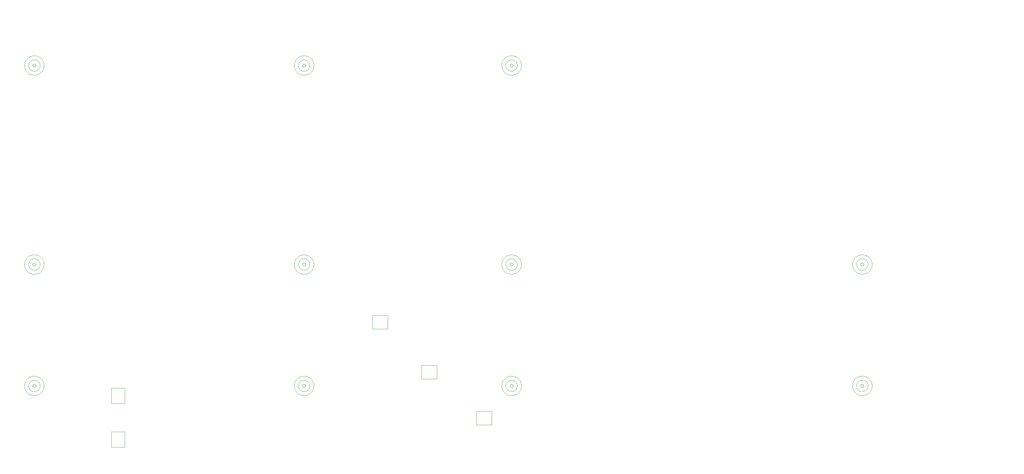
<source format=gts>
*%FSLAX23Y23*%
*%MOIN*%
G01*
D14*
X11491Y7803D02*
D03*
X11412Y8590D02*
D03*
Y8433D02*
D03*
Y8394D02*
D03*
X11451Y8630D02*
D03*
X11333Y8512D02*
D03*
Y8315D02*
D03*
Y8275D02*
D03*
Y8354D02*
D03*
Y8590D02*
D03*
Y8433D02*
D03*
Y8394D02*
D03*
X11372D02*
D03*
Y8433D02*
D03*
X11294Y8315D02*
D03*
Y8354D02*
D03*
Y8590D02*
D03*
Y8512D02*
D03*
Y8275D02*
D03*
Y8551D02*
D03*
Y8472D02*
D03*
Y8394D02*
D03*
Y8433D02*
D03*
X11333Y8000D02*
D03*
X11451Y7842D02*
D03*
X11412Y8197D02*
D03*
Y8236D02*
D03*
Y8039D02*
D03*
X11333Y8197D02*
D03*
Y7882D02*
D03*
Y7921D02*
D03*
Y7960D02*
D03*
Y8236D02*
D03*
Y8039D02*
D03*
Y8079D02*
D03*
Y8118D02*
D03*
Y8157D02*
D03*
X11372Y8039D02*
D03*
Y8236D02*
D03*
Y8197D02*
D03*
X11294Y7882D02*
D03*
Y8039D02*
D03*
Y8000D02*
D03*
Y7921D02*
D03*
Y8079D02*
D03*
Y8157D02*
D03*
Y8118D02*
D03*
Y8197D02*
D03*
X11254Y8315D02*
D03*
Y8354D02*
D03*
Y8590D02*
D03*
X11215Y8433D02*
D03*
X11254Y8275D02*
D03*
Y8551D02*
D03*
Y8512D02*
D03*
Y8472D02*
D03*
Y8433D02*
D03*
Y8394D02*
D03*
X11215Y8590D02*
D03*
X11136Y8315D02*
D03*
Y8472D02*
D03*
Y8590D02*
D03*
Y8551D02*
D03*
Y8512D02*
D03*
Y8433D02*
D03*
X11176Y8472D02*
D03*
Y8433D02*
D03*
Y8512D02*
D03*
Y8551D02*
D03*
Y8590D02*
D03*
X11097D02*
D03*
Y8472D02*
D03*
Y8551D02*
D03*
Y8512D02*
D03*
Y8433D02*
D03*
X11097Y8039D02*
D03*
X11254Y8039D02*
D03*
Y7882D02*
D03*
Y8197D02*
D03*
Y8000D02*
D03*
Y7960D02*
D03*
Y7921D02*
D03*
Y8118D02*
D03*
Y8157D02*
D03*
Y8079D02*
D03*
X11215Y8039D02*
D03*
X11136Y8000D02*
D03*
X11136Y8157D02*
D03*
Y8039D02*
D03*
Y7882D02*
D03*
Y8236D02*
D03*
Y7960D02*
D03*
Y7921D02*
D03*
X11176Y8000D02*
D03*
X11176Y7921D02*
D03*
Y7960D02*
D03*
Y7882D02*
D03*
Y8039D02*
D03*
X11097Y7960D02*
D03*
Y7882D02*
D03*
Y8000D02*
D03*
Y7921D02*
D03*
X11057Y8590D02*
D03*
Y8315D02*
D03*
Y8551D02*
D03*
Y8512D02*
D03*
X11018Y8433D02*
D03*
Y8590D02*
D03*
X10939Y8472D02*
D03*
Y8433D02*
D03*
Y8590D02*
D03*
Y8512D02*
D03*
Y8551D02*
D03*
X10979Y8315D02*
D03*
Y8472D02*
D03*
Y8433D02*
D03*
Y8590D02*
D03*
Y8512D02*
D03*
Y8551D02*
D03*
X10900Y8472D02*
D03*
Y8433D02*
D03*
Y8590D02*
D03*
Y8512D02*
D03*
Y8551D02*
D03*
X11058Y8039D02*
D03*
X11057Y8157D02*
D03*
X11057Y7882D02*
D03*
X11018Y8039D02*
D03*
X11057Y8236D02*
D03*
Y7960D02*
D03*
Y7921D02*
D03*
X10939Y8039D02*
D03*
X10939Y8039D02*
D03*
Y7882D02*
D03*
Y7921D02*
D03*
Y7960D02*
D03*
Y8000D02*
D03*
X10979Y8039D02*
D03*
Y7921D02*
D03*
Y8157D02*
D03*
Y8236D02*
D03*
Y8000D02*
D03*
Y7960D02*
D03*
Y7882D02*
D03*
X10900Y8075D02*
D03*
Y8039D02*
D03*
X10900Y8000D02*
D03*
Y7960D02*
D03*
Y7882D02*
D03*
Y8039D02*
D03*
Y7921D02*
D03*
X10861Y8472D02*
D03*
Y8433D02*
D03*
Y8275D02*
D03*
Y8394D02*
D03*
Y8590D02*
D03*
Y8512D02*
D03*
Y8315D02*
D03*
Y8354D02*
D03*
Y8551D02*
D03*
X10821Y8433D02*
D03*
Y8394D02*
D03*
Y8590D02*
D03*
X10742D02*
D03*
Y8275D02*
D03*
Y8315D02*
D03*
Y8354D02*
D03*
Y8394D02*
D03*
Y8433D02*
D03*
Y8472D02*
D03*
X10782Y8512D02*
D03*
Y8472D02*
D03*
Y8394D02*
D03*
Y8354D02*
D03*
Y8315D02*
D03*
Y8275D02*
D03*
Y8433D02*
D03*
Y8590D02*
D03*
Y8551D02*
D03*
X10703Y8590D02*
D03*
Y8512D02*
D03*
Y8394D02*
D03*
Y8433D02*
D03*
Y8354D02*
D03*
Y8315D02*
D03*
Y8275D02*
D03*
Y8472D02*
D03*
X10861Y8157D02*
D03*
Y8039D02*
D03*
X10861Y8157D02*
D03*
Y8118D02*
D03*
Y8079D02*
D03*
Y7882D02*
D03*
Y8000D02*
D03*
X10821Y8039D02*
D03*
X10861D02*
D03*
Y7921D02*
D03*
Y7960D02*
D03*
Y8197D02*
D03*
X10821D02*
D03*
X10742Y8000D02*
D03*
Y8157D02*
D03*
Y8197D02*
D03*
Y8236D02*
D03*
Y8118D02*
D03*
Y8079D02*
D03*
Y8039D02*
D03*
Y7960D02*
D03*
X10782Y7882D02*
D03*
Y8197D02*
D03*
Y8236D02*
D03*
Y8157D02*
D03*
Y8118D02*
D03*
Y8079D02*
D03*
Y8039D02*
D03*
Y7960D02*
D03*
X10703Y8157D02*
D03*
Y8118D02*
D03*
Y8236D02*
D03*
Y8079D02*
D03*
Y8039D02*
D03*
Y8000D02*
D03*
Y7960D02*
D03*
Y7921D02*
D03*
Y7882D02*
D03*
Y8197D02*
D03*
X10664Y7842D02*
D03*
X13948Y10003D02*
D03*
X12571Y7202D02*
D03*
X10245D02*
D03*
X8885Y10001D02*
D03*
Y7676D02*
D03*
X8820Y10355D02*
D03*
X6495D02*
D03*
X6444Y10001D02*
D03*
Y7676D02*
D03*
D16*
X11491Y7803D02*
D03*
X11412Y8472D02*
D03*
Y8275D02*
D03*
Y8315D02*
D03*
Y8354D02*
D03*
Y8512D02*
D03*
Y8551D02*
D03*
Y8394D02*
D03*
Y8433D02*
D03*
Y8590D02*
D03*
X11451Y8630D02*
D03*
X11372Y8275D02*
D03*
Y8472D02*
D03*
Y8354D02*
D03*
Y8315D02*
D03*
Y8512D02*
D03*
X11333Y8590D02*
D03*
Y8512D02*
D03*
Y8394D02*
D03*
Y8433D02*
D03*
X11372Y8394D02*
D03*
Y8433D02*
D03*
X11333Y8354D02*
D03*
Y8315D02*
D03*
Y8275D02*
D03*
X11294Y8512D02*
D03*
Y8551D02*
D03*
Y8590D02*
D03*
Y8472D02*
D03*
Y8433D02*
D03*
Y8394D02*
D03*
Y8354D02*
D03*
Y8315D02*
D03*
Y8275D02*
D03*
X11412Y8079D02*
D03*
Y7882D02*
D03*
Y8000D02*
D03*
Y7960D02*
D03*
Y8118D02*
D03*
Y8157D02*
D03*
Y8236D02*
D03*
Y8197D02*
D03*
Y8039D02*
D03*
X11451Y7842D02*
D03*
X11372Y8079D02*
D03*
Y7882D02*
D03*
Y8000D02*
D03*
Y8157D02*
D03*
Y8118D02*
D03*
Y8236D02*
D03*
X11333D02*
D03*
Y8197D02*
D03*
X11372D02*
D03*
X11333Y8157D02*
D03*
Y8118D02*
D03*
Y8079D02*
D03*
Y8039D02*
D03*
X11372D02*
D03*
X11333Y7960D02*
D03*
Y7921D02*
D03*
Y7882D02*
D03*
X11294Y8197D02*
D03*
Y8157D02*
D03*
Y8118D02*
D03*
Y8079D02*
D03*
Y8039D02*
D03*
Y8000D02*
D03*
Y7921D02*
D03*
Y7882D02*
D03*
X11211Y8307D02*
D03*
X11223Y8401D02*
D03*
X11215Y8551D02*
D03*
Y8472D02*
D03*
Y8512D02*
D03*
Y8590D02*
D03*
Y8433D02*
D03*
X11254D02*
D03*
Y8472D02*
D03*
Y8512D02*
D03*
Y8590D02*
D03*
Y8551D02*
D03*
Y8394D02*
D03*
Y8354D02*
D03*
Y8315D02*
D03*
Y8275D02*
D03*
X11136Y8472D02*
D03*
Y8512D02*
D03*
Y8551D02*
D03*
Y8590D02*
D03*
Y8433D02*
D03*
X11176D02*
D03*
Y8472D02*
D03*
Y8512D02*
D03*
Y8551D02*
D03*
Y8590D02*
D03*
X11136Y8315D02*
D03*
X11097Y8590D02*
D03*
Y8551D02*
D03*
Y8512D02*
D03*
Y8472D02*
D03*
Y8433D02*
D03*
X11223Y8071D02*
D03*
X11215Y8000D02*
D03*
Y7921D02*
D03*
Y7960D02*
D03*
Y7882D02*
D03*
X11254Y8197D02*
D03*
Y8157D02*
D03*
Y8118D02*
D03*
Y8079D02*
D03*
Y8039D02*
D03*
Y8000D02*
D03*
X11215Y8039D02*
D03*
X11254Y7960D02*
D03*
Y7921D02*
D03*
Y7882D02*
D03*
X11113Y8083D02*
D03*
X11136Y8157D02*
D03*
Y8236D02*
D03*
X11176Y8039D02*
D03*
Y8000D02*
D03*
Y7960D02*
D03*
Y7921D02*
D03*
Y7882D02*
D03*
X11136D02*
D03*
Y7921D02*
D03*
Y7960D02*
D03*
Y8000D02*
D03*
Y8039D02*
D03*
X11097Y8000D02*
D03*
Y7960D02*
D03*
Y7921D02*
D03*
Y7882D02*
D03*
X11018Y8551D02*
D03*
Y8472D02*
D03*
Y8512D02*
D03*
Y8590D02*
D03*
X11057Y8551D02*
D03*
Y8590D02*
D03*
Y8512D02*
D03*
Y8315D02*
D03*
X11018Y8433D02*
D03*
X10998Y8390D02*
D03*
X10979Y8433D02*
D03*
X10939D02*
D03*
Y8472D02*
D03*
X10979D02*
D03*
Y8512D02*
D03*
X10939D02*
D03*
Y8551D02*
D03*
Y8590D02*
D03*
X10979D02*
D03*
Y8551D02*
D03*
Y8315D02*
D03*
X10900Y8433D02*
D03*
Y8472D02*
D03*
Y8512D02*
D03*
Y8590D02*
D03*
Y8551D02*
D03*
X11057Y8000D02*
D03*
X11018Y7921D02*
D03*
Y7882D02*
D03*
Y7960D02*
D03*
Y8000D02*
D03*
X11057Y8236D02*
D03*
Y8157D02*
D03*
X11018Y8039D02*
D03*
X11057Y7960D02*
D03*
Y7921D02*
D03*
Y7882D02*
D03*
X10979Y8236D02*
D03*
Y8157D02*
D03*
Y8039D02*
D03*
X10939Y8000D02*
D03*
Y7960D02*
D03*
X10979D02*
D03*
Y8000D02*
D03*
Y7921D02*
D03*
X10939D02*
D03*
Y7882D02*
D03*
X10979D02*
D03*
X10904Y8169D02*
D03*
X10900Y7960D02*
D03*
Y7921D02*
D03*
Y7882D02*
D03*
Y8000D02*
D03*
X10892Y8401D02*
D03*
X10821Y8472D02*
D03*
Y8354D02*
D03*
Y8315D02*
D03*
Y8275D02*
D03*
Y8551D02*
D03*
X10861Y8275D02*
D03*
Y8315D02*
D03*
Y8354D02*
D03*
Y8394D02*
D03*
X10821D02*
D03*
Y8433D02*
D03*
X10861D02*
D03*
Y8472D02*
D03*
Y8512D02*
D03*
Y8590D02*
D03*
Y8551D02*
D03*
X10821Y8590D02*
D03*
X10742Y8275D02*
D03*
X10782D02*
D03*
Y8315D02*
D03*
X10742D02*
D03*
Y8354D02*
D03*
X10782D02*
D03*
X10742Y8394D02*
D03*
X10782D02*
D03*
Y8433D02*
D03*
X10742D02*
D03*
Y8472D02*
D03*
X10782D02*
D03*
Y8551D02*
D03*
Y8512D02*
D03*
X10742Y8590D02*
D03*
X10782D02*
D03*
X10703Y8315D02*
D03*
Y8354D02*
D03*
Y8394D02*
D03*
Y8433D02*
D03*
Y8472D02*
D03*
Y8512D02*
D03*
Y8590D02*
D03*
Y8275D02*
D03*
X10821Y7921D02*
D03*
Y8157D02*
D03*
Y8118D02*
D03*
Y8079D02*
D03*
Y7960D02*
D03*
Y8000D02*
D03*
Y7882D02*
D03*
X10861D02*
D03*
Y7921D02*
D03*
Y7960D02*
D03*
Y8000D02*
D03*
X10821Y8039D02*
D03*
X10861Y8079D02*
D03*
Y8118D02*
D03*
Y8197D02*
D03*
X10821D02*
D03*
X10782Y7882D02*
D03*
Y8039D02*
D03*
X10742D02*
D03*
Y8000D02*
D03*
Y7960D02*
D03*
X10782D02*
D03*
Y8118D02*
D03*
Y8079D02*
D03*
X10742D02*
D03*
Y8118D02*
D03*
Y8157D02*
D03*
X10782D02*
D03*
Y8236D02*
D03*
Y8197D02*
D03*
X10742D02*
D03*
Y8236D02*
D03*
X10703Y8039D02*
D03*
Y8000D02*
D03*
Y7960D02*
D03*
Y7921D02*
D03*
Y7882D02*
D03*
Y8079D02*
D03*
Y8118D02*
D03*
Y8157D02*
D03*
Y8197D02*
D03*
Y8236D02*
D03*
X10664Y8630D02*
D03*
X10624Y8669D02*
D03*
Y7803D02*
D03*
X10664Y7842D02*
D03*
D27*
X10784Y9889D02*
D03*
X10803D02*
D03*
X10823D02*
D03*
X10843D02*
D03*
X10862D02*
D03*
X10882D02*
D03*
X10902D02*
D03*
X10921D02*
D03*
X10941D02*
D03*
X10961D02*
D03*
X10980D02*
D03*
X11000D02*
D03*
X11020D02*
D03*
X11039D02*
D03*
X11059D02*
D03*
X11079D02*
D03*
X11098D02*
D03*
X11118D02*
D03*
X11138D02*
D03*
X11158D02*
D03*
X11177D02*
D03*
X11197D02*
D03*
X11217D02*
D03*
X11236D02*
D03*
X11256D02*
D03*
X11276D02*
D03*
X11295D02*
D03*
X11315D02*
D03*
X11335D02*
D03*
X11354D02*
D03*
X11374D02*
D03*
X11394D02*
D03*
X11413D02*
D03*
X11433D02*
D03*
X11453D02*
D03*
X11472D02*
D03*
Y9047D02*
D03*
X11453D02*
D03*
X11433D02*
D03*
X11413D02*
D03*
X11394D02*
D03*
X11374D02*
D03*
X11354D02*
D03*
X11335D02*
D03*
X11315D02*
D03*
X11295D02*
D03*
X11276D02*
D03*
X11256D02*
D03*
X11236D02*
D03*
X11217D02*
D03*
X11197D02*
D03*
X11177D02*
D03*
X11158D02*
D03*
X11138D02*
D03*
X11118D02*
D03*
X11098D02*
D03*
X11079D02*
D03*
X11059D02*
D03*
X11039D02*
D03*
X11020D02*
D03*
X11000D02*
D03*
X10980D02*
D03*
X10961D02*
D03*
X10941D02*
D03*
X10921D02*
D03*
X10902D02*
D03*
X10882D02*
D03*
X10862D02*
D03*
X10843D02*
D03*
X10823D02*
D03*
X10803D02*
D03*
X10784D02*
D03*
D28*
X12403Y10369D02*
D03*
X12423D02*
D03*
X12442D02*
D03*
X12462D02*
D03*
X12482D02*
D03*
X12501D02*
D03*
X12521D02*
D03*
X12541D02*
D03*
X12560D02*
D03*
X12580D02*
D03*
X12600D02*
D03*
X12619D02*
D03*
X12639D02*
D03*
X12659D02*
D03*
X12679D02*
D03*
X12698D02*
D03*
X12718D02*
D03*
X12738D02*
D03*
X12757D02*
D03*
X12777D02*
D03*
X12797D02*
D03*
X12816D02*
D03*
X12836D02*
D03*
X12856D02*
D03*
X12383Y9755D02*
D03*
X12403D02*
D03*
X12423D02*
D03*
X12442D02*
D03*
X12462D02*
D03*
X12482D02*
D03*
X12501D02*
D03*
X12521D02*
D03*
X12541D02*
D03*
X12560D02*
D03*
X12580D02*
D03*
X12600D02*
D03*
X12619D02*
D03*
X12639D02*
D03*
X12659D02*
D03*
X12679D02*
D03*
X12698D02*
D03*
X12718D02*
D03*
X12738D02*
D03*
X12757D02*
D03*
X12777D02*
D03*
X12797D02*
D03*
X12816D02*
D03*
X12836D02*
D03*
X12856D02*
D03*
X12383Y10369D02*
D03*
X12380Y8802D02*
D03*
X12361D02*
D03*
X12341D02*
D03*
X12321D02*
D03*
X12302D02*
D03*
X12282D02*
D03*
X12262D02*
D03*
X12243D02*
D03*
X12223D02*
D03*
X12203D02*
D03*
X12184D02*
D03*
X12164D02*
D03*
X12144D02*
D03*
X12125D02*
D03*
X12105D02*
D03*
X12085D02*
D03*
X12066D02*
D03*
X12046D02*
D03*
X12026D02*
D03*
X12006D02*
D03*
X11987D02*
D03*
X11967D02*
D03*
X11947D02*
D03*
X11928D02*
D03*
X12400Y9416D02*
D03*
X12380D02*
D03*
X12361D02*
D03*
X12341D02*
D03*
X12321D02*
D03*
X12302D02*
D03*
X12282D02*
D03*
X12262D02*
D03*
X12243D02*
D03*
X12223D02*
D03*
X12203D02*
D03*
X12184D02*
D03*
X12164D02*
D03*
X12144D02*
D03*
X12125D02*
D03*
X12105D02*
D03*
X12085D02*
D03*
X12066D02*
D03*
X12046D02*
D03*
X12026D02*
D03*
X12006D02*
D03*
X11987D02*
D03*
X11967D02*
D03*
X11947D02*
D03*
X11928D02*
D03*
X12400Y8802D02*
D03*
D30*
X13830Y9248D02*
D03*
X13907D02*
D03*
X13932D02*
D03*
X13958D02*
D03*
X13984D02*
D03*
X14009D02*
D03*
X14034D02*
D03*
X14060D02*
D03*
X14086D02*
D03*
X14112D02*
D03*
X14137D02*
D03*
X13881D02*
D03*
X13856D02*
D03*
X13804D02*
D03*
X13779D02*
D03*
X13754D02*
D03*
X13728D02*
D03*
X13702D02*
D03*
X13676D02*
D03*
X13651D02*
D03*
Y9838D02*
D03*
X13676D02*
D03*
X13702D02*
D03*
X13728D02*
D03*
X13754D02*
D03*
X13779D02*
D03*
X13804D02*
D03*
X13830D02*
D03*
X13856D02*
D03*
X13881D02*
D03*
X13907D02*
D03*
X13932D02*
D03*
X13958D02*
D03*
X13984D02*
D03*
X14009D02*
D03*
X14034D02*
D03*
X14060D02*
D03*
X14086D02*
D03*
X14112D02*
D03*
X14137D02*
D03*
X13488Y6727D02*
D03*
X13514D02*
D03*
X13540D02*
D03*
X13591D02*
D03*
X13616D02*
D03*
X13642D02*
D03*
X13668D02*
D03*
X13693D02*
D03*
X13719D02*
D03*
X13744D02*
D03*
X13770D02*
D03*
X13796D02*
D03*
X13821D02*
D03*
X13846D02*
D03*
X13872D02*
D03*
X13898D02*
D03*
X13924D02*
D03*
X13949D02*
D03*
Y7317D02*
D03*
X13924D02*
D03*
X13898D02*
D03*
X13872D02*
D03*
X13846D02*
D03*
X13821D02*
D03*
X13796D02*
D03*
X13770D02*
D03*
X13744D02*
D03*
X13719D02*
D03*
X13668D02*
D03*
X13642D02*
D03*
X13616D02*
D03*
X13591D02*
D03*
X13566D02*
D03*
X13540D02*
D03*
X13514D02*
D03*
X13488D02*
D03*
X13463D02*
D03*
Y6727D02*
D03*
X13566D02*
D03*
X13693Y7317D02*
D03*
D31*
X11195Y8492D02*
D03*
X11235Y8453D02*
D03*
X11038Y8295D02*
D03*
X11471Y8649D02*
D03*
Y8610D02*
D03*
Y8571D02*
D03*
Y8531D02*
D03*
Y8453D02*
D03*
Y8413D02*
D03*
Y8374D02*
D03*
Y8334D02*
D03*
Y8295D02*
D03*
Y8256D02*
D03*
Y8216D02*
D03*
Y8177D02*
D03*
Y8138D02*
D03*
Y8098D02*
D03*
Y8059D02*
D03*
Y8020D02*
D03*
Y7980D02*
D03*
Y7941D02*
D03*
Y7901D02*
D03*
Y7862D02*
D03*
Y7823D02*
D03*
X11431Y8649D02*
D03*
Y8610D02*
D03*
Y8571D02*
D03*
Y8531D02*
D03*
Y8492D02*
D03*
Y8453D02*
D03*
Y8413D02*
D03*
Y8374D02*
D03*
Y8334D02*
D03*
Y8295D02*
D03*
Y8256D02*
D03*
Y8216D02*
D03*
Y8177D02*
D03*
Y8138D02*
D03*
Y8098D02*
D03*
Y8059D02*
D03*
Y8020D02*
D03*
Y7980D02*
D03*
Y7941D02*
D03*
Y7901D02*
D03*
Y7862D02*
D03*
Y7823D02*
D03*
X11392Y8649D02*
D03*
Y8610D02*
D03*
Y8571D02*
D03*
Y8531D02*
D03*
Y8492D02*
D03*
Y8374D02*
D03*
Y8334D02*
D03*
Y8295D02*
D03*
Y8256D02*
D03*
Y8216D02*
D03*
Y8177D02*
D03*
Y8138D02*
D03*
Y8098D02*
D03*
Y8059D02*
D03*
Y8020D02*
D03*
Y7980D02*
D03*
Y7941D02*
D03*
Y7901D02*
D03*
Y7862D02*
D03*
Y7823D02*
D03*
X11353Y8649D02*
D03*
Y8610D02*
D03*
Y8571D02*
D03*
Y8531D02*
D03*
Y8374D02*
D03*
Y8334D02*
D03*
Y8295D02*
D03*
Y8256D02*
D03*
Y8216D02*
D03*
Y8177D02*
D03*
Y8138D02*
D03*
Y8098D02*
D03*
Y8059D02*
D03*
Y8020D02*
D03*
Y7980D02*
D03*
Y7941D02*
D03*
Y7901D02*
D03*
Y7862D02*
D03*
Y7823D02*
D03*
X11313Y8649D02*
D03*
Y8610D02*
D03*
Y8571D02*
D03*
Y8531D02*
D03*
X11274Y8649D02*
D03*
Y8610D02*
D03*
Y8571D02*
D03*
Y8531D02*
D03*
X11235Y8649D02*
D03*
Y8610D02*
D03*
Y8571D02*
D03*
Y8531D02*
D03*
X11195Y8610D02*
D03*
Y8571D02*
D03*
Y8531D02*
D03*
X11156Y8649D02*
D03*
Y8610D02*
D03*
Y8571D02*
D03*
Y8531D02*
D03*
X11117Y8649D02*
D03*
Y8610D02*
D03*
Y8571D02*
D03*
Y8531D02*
D03*
X11077Y8649D02*
D03*
Y8610D02*
D03*
Y8571D02*
D03*
Y8531D02*
D03*
X11038Y8649D02*
D03*
Y8610D02*
D03*
Y8571D02*
D03*
Y8531D02*
D03*
X10998Y8649D02*
D03*
Y8610D02*
D03*
Y8571D02*
D03*
Y8531D02*
D03*
X10959Y8649D02*
D03*
Y8610D02*
D03*
Y8571D02*
D03*
Y8531D02*
D03*
X10920Y8649D02*
D03*
Y8610D02*
D03*
Y8571D02*
D03*
Y8531D02*
D03*
X10880Y8649D02*
D03*
Y8610D02*
D03*
Y8571D02*
D03*
Y8531D02*
D03*
X10841Y8610D02*
D03*
Y8571D02*
D03*
Y8531D02*
D03*
X10802Y8649D02*
D03*
Y8610D02*
D03*
Y8571D02*
D03*
Y8531D02*
D03*
X10762Y8649D02*
D03*
Y8610D02*
D03*
Y8571D02*
D03*
Y8531D02*
D03*
X10723Y8649D02*
D03*
Y8610D02*
D03*
Y8571D02*
D03*
Y8531D02*
D03*
X10683Y8649D02*
D03*
Y8610D02*
D03*
Y8571D02*
D03*
Y8531D02*
D03*
X10644Y8649D02*
D03*
Y8610D02*
D03*
Y8571D02*
D03*
Y8531D02*
D03*
X11353Y8492D02*
D03*
X11471D02*
D03*
X11353Y8413D02*
D03*
X11392D02*
D03*
X11353Y8453D02*
D03*
X11313Y8492D02*
D03*
Y8453D02*
D03*
Y8413D02*
D03*
Y8374D02*
D03*
Y8334D02*
D03*
Y8295D02*
D03*
Y8256D02*
D03*
Y8216D02*
D03*
Y8177D02*
D03*
Y8138D02*
D03*
Y8098D02*
D03*
Y8059D02*
D03*
Y8020D02*
D03*
Y7980D02*
D03*
Y7941D02*
D03*
Y7901D02*
D03*
Y7862D02*
D03*
Y7823D02*
D03*
X11274Y8492D02*
D03*
Y8453D02*
D03*
Y8413D02*
D03*
Y8374D02*
D03*
Y8334D02*
D03*
Y8295D02*
D03*
Y8256D02*
D03*
Y8216D02*
D03*
Y8177D02*
D03*
Y8138D02*
D03*
Y8098D02*
D03*
Y8059D02*
D03*
Y8020D02*
D03*
Y7980D02*
D03*
Y7941D02*
D03*
Y7901D02*
D03*
Y7862D02*
D03*
Y7823D02*
D03*
X11235Y8492D02*
D03*
Y8413D02*
D03*
Y8374D02*
D03*
Y8334D02*
D03*
Y8295D02*
D03*
Y8256D02*
D03*
Y8216D02*
D03*
Y8177D02*
D03*
Y8138D02*
D03*
Y8098D02*
D03*
Y8059D02*
D03*
Y8020D02*
D03*
Y7980D02*
D03*
Y7941D02*
D03*
Y7901D02*
D03*
Y7862D02*
D03*
Y7823D02*
D03*
X11195Y8649D02*
D03*
Y8453D02*
D03*
Y8413D02*
D03*
X11156Y8492D02*
D03*
Y8453D02*
D03*
Y8413D02*
D03*
X11117Y8492D02*
D03*
Y8453D02*
D03*
Y8413D02*
D03*
X11077Y8492D02*
D03*
Y8453D02*
D03*
Y8413D02*
D03*
X11038Y8492D02*
D03*
Y8453D02*
D03*
Y8413D02*
D03*
X10998Y8492D02*
D03*
Y8453D02*
D03*
Y8413D02*
D03*
X10959Y8492D02*
D03*
Y8453D02*
D03*
Y8413D02*
D03*
X10920Y8492D02*
D03*
Y8453D02*
D03*
Y8413D02*
D03*
X10880Y8492D02*
D03*
Y8453D02*
D03*
Y8413D02*
D03*
Y8374D02*
D03*
Y8334D02*
D03*
Y8295D02*
D03*
Y8256D02*
D03*
Y8216D02*
D03*
Y8177D02*
D03*
Y8138D02*
D03*
Y8098D02*
D03*
Y8059D02*
D03*
Y8020D02*
D03*
Y7980D02*
D03*
Y7941D02*
D03*
Y7901D02*
D03*
Y7862D02*
D03*
Y7823D02*
D03*
X10841Y8649D02*
D03*
X11156Y8334D02*
D03*
Y8295D02*
D03*
Y8256D02*
D03*
Y8216D02*
D03*
Y8177D02*
D03*
Y8138D02*
D03*
X11117Y8334D02*
D03*
Y8295D02*
D03*
Y8256D02*
D03*
Y8216D02*
D03*
Y8177D02*
D03*
Y8138D02*
D03*
X11077Y8334D02*
D03*
Y8295D02*
D03*
Y8256D02*
D03*
Y8216D02*
D03*
Y8177D02*
D03*
Y8138D02*
D03*
X11038Y8334D02*
D03*
Y8216D02*
D03*
Y8177D02*
D03*
Y8138D02*
D03*
Y8256D02*
D03*
X10998Y8334D02*
D03*
Y8295D02*
D03*
Y8256D02*
D03*
Y8216D02*
D03*
Y8177D02*
D03*
Y8138D02*
D03*
X10959Y8334D02*
D03*
Y8295D02*
D03*
Y8256D02*
D03*
Y8216D02*
D03*
Y8177D02*
D03*
Y8138D02*
D03*
X11195Y8059D02*
D03*
Y8020D02*
D03*
Y7980D02*
D03*
Y7941D02*
D03*
Y7901D02*
D03*
Y7862D02*
D03*
Y7823D02*
D03*
X11156Y8059D02*
D03*
Y8020D02*
D03*
Y7980D02*
D03*
Y7941D02*
D03*
Y7901D02*
D03*
Y7862D02*
D03*
Y7823D02*
D03*
X11117Y8059D02*
D03*
Y8020D02*
D03*
Y7980D02*
D03*
Y7941D02*
D03*
Y7901D02*
D03*
Y7862D02*
D03*
Y7823D02*
D03*
X11077Y8059D02*
D03*
Y8020D02*
D03*
Y7980D02*
D03*
Y7941D02*
D03*
Y7901D02*
D03*
Y7862D02*
D03*
Y7823D02*
D03*
X11038Y8059D02*
D03*
Y8020D02*
D03*
Y7980D02*
D03*
Y7941D02*
D03*
Y7901D02*
D03*
Y7862D02*
D03*
Y7823D02*
D03*
X10998Y8059D02*
D03*
Y8020D02*
D03*
Y7980D02*
D03*
Y7941D02*
D03*
Y7901D02*
D03*
Y7862D02*
D03*
Y7823D02*
D03*
X10959Y8020D02*
D03*
Y7980D02*
D03*
Y7941D02*
D03*
Y7901D02*
D03*
Y7862D02*
D03*
Y7823D02*
D03*
X10920Y8059D02*
D03*
X10959D02*
D03*
X10920Y8020D02*
D03*
Y7980D02*
D03*
Y7941D02*
D03*
Y7901D02*
D03*
Y7862D02*
D03*
Y7823D02*
D03*
X10841Y8492D02*
D03*
Y8453D02*
D03*
Y8413D02*
D03*
Y8374D02*
D03*
Y8334D02*
D03*
Y8295D02*
D03*
Y8256D02*
D03*
Y8216D02*
D03*
Y8177D02*
D03*
Y8138D02*
D03*
Y8098D02*
D03*
Y8059D02*
D03*
Y8020D02*
D03*
Y7980D02*
D03*
Y7941D02*
D03*
Y7901D02*
D03*
Y7862D02*
D03*
Y7823D02*
D03*
X10802Y8492D02*
D03*
Y8453D02*
D03*
Y8413D02*
D03*
Y8374D02*
D03*
Y8334D02*
D03*
Y8295D02*
D03*
Y8256D02*
D03*
Y8216D02*
D03*
Y8177D02*
D03*
Y8138D02*
D03*
Y8098D02*
D03*
Y8059D02*
D03*
Y8020D02*
D03*
Y7980D02*
D03*
Y7941D02*
D03*
Y7901D02*
D03*
Y7862D02*
D03*
Y7823D02*
D03*
X10762Y8492D02*
D03*
Y8453D02*
D03*
Y8413D02*
D03*
Y8374D02*
D03*
Y8334D02*
D03*
Y8295D02*
D03*
Y8256D02*
D03*
Y8216D02*
D03*
Y8177D02*
D03*
Y8138D02*
D03*
Y8098D02*
D03*
Y8059D02*
D03*
Y8020D02*
D03*
Y7980D02*
D03*
Y7941D02*
D03*
Y7901D02*
D03*
Y7862D02*
D03*
Y7823D02*
D03*
X10723Y8492D02*
D03*
Y8453D02*
D03*
Y8413D02*
D03*
Y8374D02*
D03*
Y8334D02*
D03*
Y8295D02*
D03*
Y8256D02*
D03*
Y8216D02*
D03*
Y8177D02*
D03*
Y8138D02*
D03*
Y8098D02*
D03*
Y8059D02*
D03*
Y8020D02*
D03*
Y7980D02*
D03*
Y7941D02*
D03*
Y7901D02*
D03*
Y7862D02*
D03*
Y7823D02*
D03*
X10683Y8492D02*
D03*
Y8453D02*
D03*
Y8413D02*
D03*
Y8374D02*
D03*
Y8334D02*
D03*
Y8295D02*
D03*
Y8256D02*
D03*
Y8216D02*
D03*
Y8177D02*
D03*
Y8138D02*
D03*
Y8098D02*
D03*
Y8059D02*
D03*
Y8020D02*
D03*
Y7980D02*
D03*
Y7941D02*
D03*
Y7901D02*
D03*
Y7862D02*
D03*
X10683Y7823D02*
D03*
X10644Y8492D02*
D03*
Y8453D02*
D03*
Y8413D02*
D03*
Y8374D02*
D03*
Y8334D02*
D03*
Y8295D02*
D03*
Y8256D02*
D03*
Y8216D02*
D03*
Y8177D02*
D03*
Y8138D02*
D03*
Y8098D02*
D03*
Y8059D02*
D03*
Y8020D02*
D03*
Y7980D02*
D03*
Y7941D02*
D03*
Y7901D02*
D03*
Y7862D02*
D03*
Y7823D02*
D03*
X11392Y8453D02*
D03*
D39*
X15126Y8483D02*
D03*
X15078Y9273D02*
D03*
X15082Y9639D02*
D03*
X15121Y9182D02*
D03*
X15011D02*
D03*
X15155Y6959D02*
D03*
X14977Y10086D02*
D03*
X14912Y10440D02*
D03*
X14991Y8483D02*
D03*
X14828Y8410D02*
D03*
X14823Y9109D02*
D03*
X14941Y6962D02*
D03*
X14784Y10082D02*
D03*
Y10029D02*
D03*
X14637Y10179D02*
D03*
X14704Y10035D02*
D03*
X14745Y9326D02*
D03*
X14744Y9378D02*
D03*
X14630Y9327D02*
D03*
Y9378D02*
D03*
X14713Y9109D02*
D03*
X14693Y8410D02*
D03*
X14687Y9529D02*
D03*
X14799Y6796D02*
D03*
X14650Y6889D02*
D03*
X14717Y6745D02*
D03*
X14619Y7176D02*
D03*
X14695Y5537D02*
D03*
X14694Y6023D02*
D03*
X14471Y9843D02*
D03*
X14577Y8657D02*
D03*
X14442D02*
D03*
X14443Y7331D02*
D03*
X14499Y6889D02*
D03*
X14560Y6022D02*
D03*
X14356Y9974D02*
D03*
X14230Y10589D02*
D03*
Y10454D02*
D03*
X14406Y9454D02*
D03*
X14270Y9267D02*
D03*
X14254Y9787D02*
D03*
X14239Y8772D02*
D03*
X14408Y7331D02*
D03*
X14372D02*
D03*
X14301Y7642D02*
D03*
X14229Y7209D02*
D03*
X14339Y5865D02*
D03*
X14316Y6522D02*
D03*
X14226D02*
D03*
X14231Y6622D02*
D03*
X14205Y10387D02*
D03*
X14173Y9247D02*
D03*
X14089Y8442D02*
D03*
Y8352D02*
D03*
X14049Y9307D02*
D03*
X14074Y9012D02*
D03*
Y8872D02*
D03*
X14114Y9782D02*
D03*
X14129Y9327D02*
D03*
Y9377D02*
D03*
X14124Y8942D02*
D03*
X14036Y9783D02*
D03*
X14024Y8937D02*
D03*
X14184Y9097D02*
D03*
X14176Y7187D02*
D03*
X14167Y7640D02*
D03*
X14200Y5862D02*
D03*
X14160Y5537D02*
D03*
X14065Y5667D02*
D03*
X13994Y9182D02*
D03*
Y9307D02*
D03*
X14020Y9737D02*
D03*
X13970Y9582D02*
D03*
X14000Y9607D02*
D03*
X13870Y8952D02*
D03*
X13924Y8712D02*
D03*
Y8622D02*
D03*
X13935Y9552D02*
D03*
X13910Y9507D02*
D03*
X13829Y9302D02*
D03*
Y9782D02*
D03*
X13986Y7360D02*
D03*
X14001Y7302D02*
D03*
X13897Y6843D02*
D03*
X13870Y6962D02*
D03*
X13900Y6992D02*
D03*
X13941Y7188D02*
D03*
X13943Y6803D02*
D03*
X13941Y7086D02*
D03*
X13905Y7057D02*
D03*
X13930Y7022D02*
D03*
X13840Y6932D02*
D03*
X13991Y6671D02*
D03*
X13773Y9957D02*
D03*
X13795Y10132D02*
D03*
Y10177D02*
D03*
Y10217D02*
D03*
X13800Y10262D02*
D03*
X13805Y10302D02*
D03*
X13780Y9997D02*
D03*
X13805Y9047D02*
D03*
X13802Y8622D02*
D03*
X13656Y9138D02*
D03*
X13700Y9047D02*
D03*
X13659Y9477D02*
D03*
X13667Y8622D02*
D03*
X13655Y8977D02*
D03*
X13700Y9337D02*
D03*
Y9372D02*
D03*
Y9407D02*
D03*
X13659Y9582D02*
D03*
X13729Y9302D02*
D03*
Y9782D02*
D03*
X13639Y8448D02*
D03*
X13792Y6806D02*
D03*
X13686Y8132D02*
D03*
X13691Y7433D02*
D03*
X13744Y7260D02*
D03*
X13641Y7258D02*
D03*
X13821Y6657D02*
D03*
X13770Y6662D02*
D03*
X13665D02*
D03*
X13715D02*
D03*
X13740Y6632D02*
D03*
X13640Y5537D02*
D03*
X13599Y9827D02*
D03*
X13609Y9887D02*
D03*
X13485Y10197D02*
D03*
X13550Y10062D02*
D03*
X13455Y10172D02*
D03*
X13615Y9247D02*
D03*
X13463Y9224D02*
D03*
Y9189D02*
D03*
X13471Y9350D02*
D03*
X13504Y8448D02*
D03*
X13459Y9307D02*
D03*
X13525Y9142D02*
D03*
X13534Y9297D02*
D03*
X13576Y8132D02*
D03*
X13605Y7112D02*
D03*
X13471Y6873D02*
D03*
X13472Y7138D02*
D03*
X13471Y7188D02*
D03*
X13472Y6916D02*
D03*
X13478Y7997D02*
D03*
X13556Y7433D02*
D03*
X13608Y6113D02*
D03*
X13466Y6647D02*
D03*
X13511D02*
D03*
X13556D02*
D03*
X13425Y10147D02*
D03*
X13283Y9870D02*
D03*
X13339Y9925D02*
D03*
X13311Y9897D02*
D03*
X13431Y9000D02*
D03*
X13411Y7362D02*
D03*
Y7302D02*
D03*
X13266Y7169D02*
D03*
X13306Y6922D02*
D03*
X13330Y7492D02*
D03*
X13346Y7023D02*
D03*
Y7088D02*
D03*
X13416Y6657D02*
D03*
X13271Y6537D02*
D03*
X13358Y6113D02*
D03*
X13100Y9847D02*
D03*
Y9882D02*
D03*
Y9917D02*
D03*
Y9952D02*
D03*
Y9987D02*
D03*
Y10022D02*
D03*
Y10057D02*
D03*
X13150Y10087D02*
D03*
X13110Y9677D02*
D03*
X13095Y8527D02*
D03*
X13045Y8502D02*
D03*
X13235Y7000D02*
D03*
Y7193D02*
D03*
X13179Y8247D02*
D03*
Y7512D02*
D03*
X13086Y6763D02*
D03*
X13087Y6851D02*
D03*
X13153Y6807D02*
D03*
X13195Y6644D02*
D03*
X13105Y5537D02*
D03*
X13071Y6262D02*
D03*
Y6182D02*
D03*
X13040Y9747D02*
D03*
X12985Y10057D02*
D03*
X13020Y8477D02*
D03*
X13005Y9737D02*
D03*
X12975Y9716D02*
D03*
X12955Y9797D02*
D03*
X12950Y9757D02*
D03*
X13020Y6809D02*
D03*
X12911Y7052D02*
D03*
X12901Y6537D02*
D03*
X12900Y6439D02*
D03*
X12835Y10447D02*
D03*
X12785Y10507D02*
D03*
X12810Y10477D02*
D03*
X12836Y9833D02*
D03*
X12818Y10000D02*
D03*
X12795Y9871D02*
D03*
Y9907D02*
D03*
X12838Y10269D02*
D03*
X12726Y10548D02*
D03*
X12765Y10537D02*
D03*
X12721Y9941D02*
D03*
X12690Y9972D02*
D03*
X12757Y9904D02*
D03*
X12739Y10300D02*
D03*
X12726Y6022D02*
D03*
X12581Y10157D02*
D03*
X12620Y10312D02*
D03*
X12635Y10117D02*
D03*
Y10082D02*
D03*
Y10047D02*
D03*
Y10012D02*
D03*
X12528Y10518D02*
D03*
X12553Y10489D02*
D03*
X12501Y10539D02*
D03*
X12540Y9867D02*
D03*
X12475Y10517D02*
D03*
X12601Y8773D02*
D03*
X12645Y8812D02*
D03*
X12500Y9372D02*
D03*
X12568Y9307D02*
D03*
X12543Y9332D02*
D03*
X12526Y9082D02*
D03*
X12535Y8697D02*
D03*
Y8662D02*
D03*
Y8627D02*
D03*
Y9262D02*
D03*
X12565Y9217D02*
D03*
X12476Y8844D02*
D03*
X12505Y6722D02*
D03*
X12525Y7870D02*
D03*
X12535Y6747D02*
D03*
X12566Y7870D02*
D03*
X12475Y6697D02*
D03*
X12476Y7872D02*
D03*
X12640Y5932D02*
D03*
X12485Y5892D02*
D03*
X12647Y6134D02*
D03*
X12412Y10461D02*
D03*
X12441Y10491D02*
D03*
X12376Y9869D02*
D03*
X12380Y10436D02*
D03*
Y10267D02*
D03*
X12352Y10384D02*
D03*
X12293Y10332D02*
D03*
X12420Y9327D02*
D03*
X12450Y8817D02*
D03*
X12427Y8794D02*
D03*
X12312Y9348D02*
D03*
X12355Y8957D02*
D03*
Y8992D02*
D03*
Y9027D02*
D03*
Y9062D02*
D03*
Y9097D02*
D03*
Y9132D02*
D03*
Y9167D02*
D03*
Y9202D02*
D03*
Y8887D02*
D03*
Y8922D02*
D03*
X12333Y9251D02*
D03*
X12359Y9278D02*
D03*
X12366Y9347D02*
D03*
X12341Y9484D02*
D03*
X12263Y9181D02*
D03*
X12420Y7040D02*
D03*
X12433Y7539D02*
D03*
X12396Y7870D02*
D03*
X12338Y6959D02*
D03*
X12390Y5427D02*
D03*
X12450Y5792D02*
D03*
X12415Y6487D02*
D03*
X12285Y6672D02*
D03*
X12265Y5537D02*
D03*
X12248Y10318D02*
D03*
X12150Y10092D02*
D03*
X12242Y9363D02*
D03*
X12220Y9112D02*
D03*
X12195Y9137D02*
D03*
X12100Y9532D02*
D03*
X12125Y9507D02*
D03*
X12164Y9335D02*
D03*
X12170Y9162D02*
D03*
X12145Y9187D02*
D03*
X12075Y9557D02*
D03*
X12215Y7878D02*
D03*
X12135Y7813D02*
D03*
X12080Y7827D02*
D03*
X12210Y6352D02*
D03*
X12250Y5717D02*
D03*
X12245Y6292D02*
D03*
Y6257D02*
D03*
Y6222D02*
D03*
Y6187D02*
D03*
X12260Y6582D02*
D03*
X12235Y6462D02*
D03*
X12115Y6122D02*
D03*
X12154Y6157D02*
D03*
X12183Y6133D02*
D03*
X12073Y5801D02*
D03*
X12023Y9181D02*
D03*
X12050Y9582D02*
D03*
X12032Y8982D02*
D03*
X12025Y9607D02*
D03*
X11925Y9242D02*
D03*
X11960Y9272D02*
D03*
X11915Y9311D02*
D03*
X11900Y9732D02*
D03*
X11875Y9757D02*
D03*
X11910Y7052D02*
D03*
X11960D02*
D03*
X12005Y6582D02*
D03*
Y6472D02*
D03*
X12045D02*
D03*
X12025Y6162D02*
D03*
X12020Y6047D02*
D03*
X11965Y6611D02*
D03*
X11925Y6367D02*
D03*
X11895Y6017D02*
D03*
X11935Y6292D02*
D03*
Y6257D02*
D03*
Y6222D02*
D03*
Y6187D02*
D03*
X11945Y6152D02*
D03*
X11970Y5702D02*
D03*
X11965Y6577D02*
D03*
X11970Y6472D02*
D03*
X11982Y6369D02*
D03*
X11950Y6332D02*
D03*
X11800Y9832D02*
D03*
X11725Y9912D02*
D03*
X11750Y9887D02*
D03*
X11775Y9857D02*
D03*
X11700Y9937D02*
D03*
X11675Y9962D02*
D03*
X11858Y8843D02*
D03*
X11803Y8848D02*
D03*
X11820Y9405D02*
D03*
X11855Y9431D02*
D03*
X11825Y9807D02*
D03*
X11850Y9782D02*
D03*
X11795Y8997D02*
D03*
X11721Y9358D02*
D03*
X11735Y9172D02*
D03*
Y9242D02*
D03*
Y9312D02*
D03*
Y9277D02*
D03*
Y9207D02*
D03*
Y9137D02*
D03*
Y9102D02*
D03*
Y9067D02*
D03*
Y9032D02*
D03*
Y8997D02*
D03*
X11790Y9382D02*
D03*
X11690Y8972D02*
D03*
X11814Y6836D02*
D03*
X11844Y6901D02*
D03*
X11810Y7052D02*
D03*
X11860D02*
D03*
X11710D02*
D03*
X11760D02*
D03*
X11800Y5797D02*
D03*
X11805Y6042D02*
D03*
X11835Y6017D02*
D03*
X11865Y5992D02*
D03*
X11700Y6157D02*
D03*
X11740Y6112D02*
D03*
X11765Y6425D02*
D03*
X11769Y6471D02*
D03*
X11630Y9922D02*
D03*
X11625Y9867D02*
D03*
X11650Y9987D02*
D03*
X11575Y9851D02*
D03*
X11499Y9399D02*
D03*
X11490Y8891D02*
D03*
X11615Y8956D02*
D03*
X11590Y8920D02*
D03*
X11565Y8939D02*
D03*
X11540Y8913D02*
D03*
X11665Y8947D02*
D03*
X11640Y8922D02*
D03*
X11505Y8942D02*
D03*
X11545Y8637D02*
D03*
X11573Y8256D02*
D03*
X11491Y8669D02*
D03*
X11489Y9439D02*
D03*
X11660Y7052D02*
D03*
X11505D02*
D03*
X11510Y6984D02*
D03*
X11577Y7044D02*
D03*
X11552Y6951D02*
D03*
X11670Y6187D02*
D03*
X11640Y6212D02*
D03*
X11510Y5987D02*
D03*
X11560Y6455D02*
D03*
X11554Y6420D02*
D03*
X11550Y5962D02*
D03*
X11470Y9697D02*
D03*
X11478Y9733D02*
D03*
X11465Y6922D02*
D03*
X11458Y9998D02*
D03*
X11315Y9947D02*
D03*
X11394Y9944D02*
D03*
X11445Y9672D02*
D03*
X11420Y9647D02*
D03*
X11455Y8677D02*
D03*
X11428Y9286D02*
D03*
X11345Y9572D02*
D03*
X11320Y9547D02*
D03*
X11349Y9121D02*
D03*
X11395Y9622D02*
D03*
X11370Y9597D02*
D03*
X11383Y9154D02*
D03*
X11295Y9522D02*
D03*
X11460Y7711D02*
D03*
X11405Y7052D02*
D03*
X11460D02*
D03*
X11431Y7748D02*
D03*
X11325Y6907D02*
D03*
X11305Y7052D02*
D03*
X11355D02*
D03*
X11429Y5375D02*
D03*
X11460Y6087D02*
D03*
X11375Y6362D02*
D03*
X11355Y6272D02*
D03*
X11385Y6037D02*
D03*
X11242Y9951D02*
D03*
X11270Y9497D02*
D03*
X11220Y9447D02*
D03*
X11245Y9472D02*
D03*
X11230Y9097D02*
D03*
X11145Y9372D02*
D03*
X11120Y9347D02*
D03*
X11195Y9422D02*
D03*
X11170Y9397D02*
D03*
X11095Y9322D02*
D03*
X11275Y6947D02*
D03*
X11210Y6837D02*
D03*
Y7052D02*
D03*
X11255D02*
D03*
X11160D02*
D03*
X11105D02*
D03*
X11205Y6243D02*
D03*
X11019Y9972D02*
D03*
X10892Y9831D02*
D03*
X10940Y9097D02*
D03*
X11070Y9297D02*
D03*
X11045Y9272D02*
D03*
X11020Y9247D02*
D03*
X10965Y9252D02*
D03*
X11072Y6964D02*
D03*
X11040Y6982D02*
D03*
X11070Y6712D02*
D03*
X11055Y7052D02*
D03*
X10955D02*
D03*
X11005D02*
D03*
X10910D02*
D03*
X10940Y6362D02*
D03*
X10785Y9957D02*
D03*
X10737Y10333D02*
D03*
Y10223D02*
D03*
X10750Y9908D02*
D03*
X10825Y8997D02*
D03*
X10780Y9217D02*
D03*
X10830Y9172D02*
D03*
X10855Y9147D02*
D03*
X10720Y8947D02*
D03*
X10763Y9813D02*
D03*
X10857Y9002D02*
D03*
X10817Y9103D02*
D03*
X10765Y9478D02*
D03*
X10735Y9097D02*
D03*
X10745Y8922D02*
D03*
X10800Y9187D02*
D03*
X10785Y8912D02*
D03*
X10779Y9675D02*
D03*
X10780Y9618D02*
D03*
X10781Y9577D02*
D03*
Y9537D02*
D03*
X10767Y9715D02*
D03*
X10780Y9252D02*
D03*
X10860Y7052D02*
D03*
X10760D02*
D03*
X10742Y7842D02*
D03*
X10810Y7052D02*
D03*
X10705D02*
D03*
X10840Y6027D02*
D03*
X10522Y10563D02*
D03*
X10587Y10423D02*
D03*
X10582Y10378D02*
D03*
X10600Y10094D02*
D03*
X10576Y10195D02*
D03*
X10695Y8972D02*
D03*
X10620Y9634D02*
D03*
X10649Y9666D02*
D03*
X10645Y9367D02*
D03*
X10633Y9458D02*
D03*
X10645Y9587D02*
D03*
X10547Y9498D02*
D03*
X10610Y9372D02*
D03*
X10575Y9382D02*
D03*
X10605Y8926D02*
D03*
X10515Y8637D02*
D03*
X10695Y6927D02*
D03*
X10660Y7052D02*
D03*
X10565Y7727D02*
D03*
X10560Y7052D02*
D03*
X10605D02*
D03*
X10585Y8216D02*
D03*
X10510Y7052D02*
D03*
X10565Y7862D02*
D03*
X10634Y5641D02*
D03*
X10513Y5692D02*
D03*
X10362Y10478D02*
D03*
X10372Y10378D02*
D03*
X10365Y10006D02*
D03*
X10406Y9967D02*
D03*
X10407Y10060D02*
D03*
X10430Y8707D02*
D03*
X10327Y9558D02*
D03*
Y9648D02*
D03*
X10320Y8673D02*
D03*
X10460Y7052D02*
D03*
X10375Y7352D02*
D03*
X10405Y7052D02*
D03*
X10232Y10398D02*
D03*
X10246Y9967D02*
D03*
X10207Y10108D02*
D03*
X10122Y9898D02*
D03*
X10266Y7321D02*
D03*
X10292Y7764D02*
D03*
X10266Y7697D02*
D03*
X10072Y10243D02*
D03*
Y10343D02*
D03*
X10047Y9728D02*
D03*
X10075Y7767D02*
D03*
X9907Y10368D02*
D03*
X9787Y10578D02*
D03*
X9867Y10218D02*
D03*
X9602Y10488D02*
D03*
X9590Y9562D02*
D03*
X9555Y9452D02*
D03*
Y9417D02*
D03*
Y9382D02*
D03*
Y9347D02*
D03*
Y9312D02*
D03*
Y9277D02*
D03*
Y9242D02*
D03*
Y9207D02*
D03*
Y9172D02*
D03*
Y9137D02*
D03*
Y9102D02*
D03*
Y9067D02*
D03*
Y9032D02*
D03*
Y8997D02*
D03*
Y8962D02*
D03*
Y8927D02*
D03*
X9605Y7621D02*
D03*
X9687Y6654D02*
D03*
X9467Y10578D02*
D03*
Y10303D02*
D03*
Y10393D02*
D03*
X9378Y8403D02*
D03*
X9390Y6787D02*
D03*
X9341Y7669D02*
D03*
X9045Y9037D02*
D03*
Y8987D02*
D03*
Y8937D02*
D03*
Y8887D02*
D03*
Y8837D02*
D03*
Y8787D02*
D03*
Y8737D02*
D03*
Y8687D02*
D03*
Y8287D02*
D03*
Y7887D02*
D03*
Y7937D02*
D03*
Y7987D02*
D03*
Y8187D02*
D03*
Y8237D02*
D03*
Y8137D02*
D03*
Y8037D02*
D03*
Y8087D02*
D03*
X8725Y9037D02*
D03*
Y8737D02*
D03*
Y8887D02*
D03*
Y8837D02*
D03*
Y8787D02*
D03*
Y8687D02*
D03*
Y8937D02*
D03*
Y8987D02*
D03*
X8715Y8287D02*
D03*
X8725Y9537D02*
D03*
X8660Y8352D02*
D03*
X8715Y7987D02*
D03*
Y7937D02*
D03*
Y8037D02*
D03*
Y8087D02*
D03*
Y8137D02*
D03*
Y8187D02*
D03*
Y8237D02*
D03*
Y7837D02*
D03*
Y7887D02*
D03*
X7955Y10202D02*
D03*
X7905D02*
D03*
X7955Y10507D02*
D03*
X7905D02*
D03*
X7805Y10202D02*
D03*
Y10507D02*
D03*
X7855Y10202D02*
D03*
Y10507D02*
D03*
X7755Y10202D02*
D03*
X7705D02*
D03*
X7755Y10507D02*
D03*
X7705D02*
D03*
X7605D02*
D03*
Y10202D02*
D03*
X7655D02*
D03*
Y10507D02*
D03*
X7360Y10202D02*
D03*
X7305D02*
D03*
Y10507D02*
D03*
X7205Y10202D02*
D03*
X7255D02*
D03*
X7155D02*
D03*
X7105Y10507D02*
D03*
X6810D02*
D03*
X6759D02*
D03*
X6758Y10161D02*
D03*
X6615Y9837D02*
D03*
X6620Y8437D02*
D03*
X6615Y9737D02*
D03*
Y9787D02*
D03*
X6605Y8487D02*
D03*
X6285Y8387D02*
D03*
X5225Y7762D02*
D03*
X5375Y6897D02*
D03*
X5361Y7321D02*
D03*
X5260Y6832D02*
D03*
X5145Y9437D02*
D03*
Y7567D02*
D03*
X5140Y7082D02*
D03*
X5202Y7516D02*
D03*
X4879Y8662D02*
D03*
X4865Y6682D02*
D03*
X4774Y8635D02*
D03*
X4770Y7617D02*
D03*
Y7417D02*
D03*
X4640Y7162D02*
D03*
X4590Y6727D02*
D03*
D41*
X11491Y7803D02*
D03*
X11223Y8401D02*
D03*
X10892D02*
D03*
X10998Y8390D02*
D03*
X11211Y8307D02*
D03*
X10703Y8590D02*
D03*
Y8512D02*
D03*
Y8472D02*
D03*
Y8433D02*
D03*
Y8394D02*
D03*
Y8354D02*
D03*
Y8315D02*
D03*
Y8275D02*
D03*
X10742D02*
D03*
Y8315D02*
D03*
Y8354D02*
D03*
Y8394D02*
D03*
Y8433D02*
D03*
Y8472D02*
D03*
Y8590D02*
D03*
X10782D02*
D03*
Y8551D02*
D03*
Y8512D02*
D03*
Y8472D02*
D03*
Y8433D02*
D03*
Y8394D02*
D03*
Y8354D02*
D03*
Y8315D02*
D03*
X10821Y8275D02*
D03*
Y8315D02*
D03*
Y8354D02*
D03*
Y8394D02*
D03*
Y8433D02*
D03*
Y8472D02*
D03*
Y8551D02*
D03*
Y8590D02*
D03*
X10861D02*
D03*
Y8551D02*
D03*
Y8512D02*
D03*
Y8472D02*
D03*
Y8433D02*
D03*
Y8394D02*
D03*
Y8354D02*
D03*
Y8315D02*
D03*
Y8275D02*
D03*
X11254D02*
D03*
Y8315D02*
D03*
Y8354D02*
D03*
Y8394D02*
D03*
Y8433D02*
D03*
Y8472D02*
D03*
Y8512D02*
D03*
Y8551D02*
D03*
Y8590D02*
D03*
X11294D02*
D03*
Y8551D02*
D03*
Y8512D02*
D03*
Y8472D02*
D03*
Y8433D02*
D03*
Y8394D02*
D03*
Y8354D02*
D03*
Y8315D02*
D03*
Y8275D02*
D03*
X11333D02*
D03*
Y8315D02*
D03*
Y8354D02*
D03*
Y8394D02*
D03*
Y8433D02*
D03*
Y8512D02*
D03*
Y8590D02*
D03*
X11372Y8512D02*
D03*
Y8472D02*
D03*
Y8433D02*
D03*
Y8394D02*
D03*
Y8354D02*
D03*
Y8315D02*
D03*
Y8275D02*
D03*
X11412Y8315D02*
D03*
Y8354D02*
D03*
Y8394D02*
D03*
Y8433D02*
D03*
Y8472D02*
D03*
Y8512D02*
D03*
Y8551D02*
D03*
Y8590D02*
D03*
X10900D02*
D03*
Y8551D02*
D03*
Y8512D02*
D03*
Y8472D02*
D03*
Y8433D02*
D03*
X10939D02*
D03*
Y8472D02*
D03*
Y8512D02*
D03*
Y8551D02*
D03*
Y8590D02*
D03*
X10979D02*
D03*
Y8551D02*
D03*
Y8512D02*
D03*
Y8472D02*
D03*
X11018Y8590D02*
D03*
Y8551D02*
D03*
Y8512D02*
D03*
Y8472D02*
D03*
Y8433D02*
D03*
X11057Y8512D02*
D03*
Y8551D02*
D03*
Y8590D02*
D03*
X11097D02*
D03*
Y8551D02*
D03*
Y8512D02*
D03*
Y8472D02*
D03*
Y8433D02*
D03*
X11136D02*
D03*
Y8472D02*
D03*
Y8512D02*
D03*
Y8551D02*
D03*
Y8590D02*
D03*
X11176D02*
D03*
Y8551D02*
D03*
Y8512D02*
D03*
Y8472D02*
D03*
Y8433D02*
D03*
X11215D02*
D03*
Y8472D02*
D03*
Y8512D02*
D03*
Y8551D02*
D03*
Y8590D02*
D03*
X10664Y8630D02*
D03*
X10624Y8669D02*
D03*
X11451Y8630D02*
D03*
X10979Y8315D02*
D03*
X11057D02*
D03*
X11136D02*
D03*
X10782Y8275D02*
D03*
X11412D02*
D03*
X10979Y8433D02*
D03*
X11059Y8038D02*
D03*
X11334Y8000D02*
D03*
X11098Y8039D02*
D03*
X11223Y8071D02*
D03*
X11113Y8083D02*
D03*
X10904Y8169D02*
D03*
X10900Y8075D02*
D03*
X11057Y8000D02*
D03*
X10703Y8157D02*
D03*
Y8118D02*
D03*
Y8079D02*
D03*
Y8039D02*
D03*
Y8000D02*
D03*
Y7960D02*
D03*
Y7882D02*
D03*
X10742Y7960D02*
D03*
Y8000D02*
D03*
Y8039D02*
D03*
Y8118D02*
D03*
Y8157D02*
D03*
Y8197D02*
D03*
Y8236D02*
D03*
X10782D02*
D03*
Y8197D02*
D03*
Y8157D02*
D03*
Y8118D02*
D03*
X10821Y7882D02*
D03*
Y7921D02*
D03*
Y7960D02*
D03*
Y8000D02*
D03*
Y8039D02*
D03*
Y8079D02*
D03*
Y8118D02*
D03*
Y8157D02*
D03*
Y8197D02*
D03*
X10861D02*
D03*
Y8157D02*
D03*
Y8118D02*
D03*
Y8079D02*
D03*
Y8039D02*
D03*
Y7960D02*
D03*
Y7921D02*
D03*
Y7882D02*
D03*
X11254D02*
D03*
Y7921D02*
D03*
Y7960D02*
D03*
Y8000D02*
D03*
Y8039D02*
D03*
Y8079D02*
D03*
Y8118D02*
D03*
Y8157D02*
D03*
Y8197D02*
D03*
X11294D02*
D03*
Y8157D02*
D03*
Y8118D02*
D03*
Y8079D02*
D03*
Y8039D02*
D03*
Y8000D02*
D03*
Y7921D02*
D03*
Y7882D02*
D03*
X11333D02*
D03*
Y7921D02*
D03*
Y7960D02*
D03*
Y8039D02*
D03*
Y8079D02*
D03*
Y8118D02*
D03*
Y8157D02*
D03*
Y8236D02*
D03*
X11372D02*
D03*
Y8197D02*
D03*
Y8157D02*
D03*
Y8118D02*
D03*
Y8079D02*
D03*
Y8039D02*
D03*
Y8000D02*
D03*
Y7882D02*
D03*
X11412D02*
D03*
Y7960D02*
D03*
Y8000D02*
D03*
Y8039D02*
D03*
Y8079D02*
D03*
Y8118D02*
D03*
Y8157D02*
D03*
Y8197D02*
D03*
Y8236D02*
D03*
X10900Y8039D02*
D03*
Y7960D02*
D03*
Y7921D02*
D03*
Y7882D02*
D03*
X10939D02*
D03*
Y7921D02*
D03*
Y7960D02*
D03*
Y8000D02*
D03*
Y8039D02*
D03*
X10979Y7960D02*
D03*
Y7921D02*
D03*
Y7882D02*
D03*
X11018D02*
D03*
Y7921D02*
D03*
Y7960D02*
D03*
Y8000D02*
D03*
Y8039D02*
D03*
X11057Y7960D02*
D03*
Y7921D02*
D03*
Y7882D02*
D03*
X11097D02*
D03*
Y7921D02*
D03*
Y7960D02*
D03*
Y8000D02*
D03*
X11136Y8039D02*
D03*
Y8000D02*
D03*
Y7960D02*
D03*
Y7921D02*
D03*
Y7882D02*
D03*
X11176D02*
D03*
Y7921D02*
D03*
Y7960D02*
D03*
Y8000D02*
D03*
Y8039D02*
D03*
X11215D02*
D03*
Y8000D02*
D03*
Y7960D02*
D03*
Y7921D02*
D03*
Y7882D02*
D03*
X11451Y7842D02*
D03*
X10664D02*
D03*
X10624Y7803D02*
D03*
X10979Y8236D02*
D03*
X11057D02*
D03*
X11136D02*
D03*
X10979Y8157D02*
D03*
X11136D02*
D03*
X10782Y7960D02*
D03*
Y8079D02*
D03*
Y8039D02*
D03*
X10703Y8197D02*
D03*
X10703Y7921D02*
D03*
X10703Y8236D02*
D03*
X10742Y8079D02*
D03*
X10782Y7882D02*
D03*
X10861Y8000D02*
D03*
X10900D02*
D03*
X10979D02*
D03*
X11057Y8157D02*
D03*
X10979Y8039D02*
D03*
X11333Y8197D02*
D03*
X14828Y7904D02*
D03*
X14043Y9531D02*
D03*
X14009Y10268D02*
D03*
X13959Y9760D02*
D03*
X13915Y9462D02*
D03*
X13842Y6083D02*
D03*
X13639Y6809D02*
D03*
X13802Y7903D02*
D03*
X13580Y5392D02*
D03*
X13347Y5947D02*
D03*
X12782Y6841D02*
D03*
X12816D02*
D03*
X12595Y8726D02*
D03*
X12650Y8762D02*
D03*
Y7677D02*
D03*
X12649Y6292D02*
D03*
X12280Y6367D02*
D03*
X12081Y10399D02*
D03*
X12135Y7357D02*
D03*
X12160Y6791D02*
D03*
X12181Y6772D02*
D03*
X12117Y6713D02*
D03*
X12089Y6711D02*
D03*
X12257Y5750D02*
D03*
X12232Y5432D02*
D03*
X12155Y5792D02*
D03*
X12049Y10014D02*
D03*
X12030Y10371D02*
D03*
X11987Y9207D02*
D03*
X11959Y5638D02*
D03*
X11613Y7874D02*
D03*
X11620Y7348D02*
D03*
X11657Y6983D02*
D03*
X11601Y7795D02*
D03*
X11543Y5835D02*
D03*
X11028Y6076D02*
D03*
Y5997D02*
D03*
X11068Y6313D02*
D03*
X10852Y6806D02*
D03*
X10735Y6728D02*
D03*
X10684Y6671D02*
D03*
X10648Y6663D02*
D03*
X10595Y5812D02*
D03*
Y5997D02*
D03*
X10310Y7352D02*
D03*
X10358Y7049D02*
D03*
X10482Y6592D02*
D03*
X10346D02*
D03*
X10417D02*
D03*
X10255Y6957D02*
D03*
X10224Y5887D02*
D03*
X10068Y7561D02*
D03*
X10005Y7502D02*
D03*
X10076Y7600D02*
D03*
X9943Y7161D02*
D03*
X9911Y5541D02*
D03*
X9888Y7173D02*
D03*
X9670Y7802D02*
D03*
X9632Y5370D02*
D03*
X9345Y7802D02*
D03*
X9234Y5959D02*
D03*
X9186Y6384D02*
D03*
X9190Y6647D02*
D03*
X9215Y5367D02*
D03*
X9245Y5387D02*
D03*
X9222Y5636D02*
D03*
X9046Y9890D02*
D03*
X9043Y8645D02*
D03*
X9041Y7787D02*
D03*
X9055Y5607D02*
D03*
X8890Y7337D02*
D03*
X8730Y9885D02*
D03*
X8706Y10204D02*
D03*
X8708Y10506D02*
D03*
X8726Y8638D02*
D03*
X8687Y6737D02*
D03*
X8724Y7787D02*
D03*
X8722Y6043D02*
D03*
X8404Y10202D02*
D03*
X8450Y5926D02*
D03*
X8260Y6000D02*
D03*
X8149Y6634D02*
D03*
X7938Y7427D02*
D03*
X7933Y7271D02*
D03*
X6856Y10198D02*
D03*
X6595Y9889D02*
D03*
X6605Y10201D02*
D03*
X6607Y10512D02*
D03*
X6600Y8337D02*
D03*
X6601Y8787D02*
D03*
X6600Y7787D02*
D03*
X6707Y6795D02*
D03*
X6652Y6850D02*
D03*
X6680Y6819D02*
D03*
X6456Y7134D02*
D03*
X6451Y7173D02*
D03*
X6291Y9889D02*
D03*
X6286Y8289D02*
D03*
X6288Y8787D02*
D03*
X6287Y7788D02*
D03*
X5829Y5749D02*
D03*
X5735Y5947D02*
D03*
X5780D02*
D03*
X5677Y6503D02*
D03*
X5655Y6523D02*
D03*
X5666Y5458D02*
D03*
X5677Y6023D02*
D03*
X5781Y5749D02*
D03*
X5493Y6510D02*
D03*
X5227Y7153D02*
D03*
X5282Y7205D02*
D03*
X5325Y7248D02*
D03*
X5115Y9002D02*
D03*
X5142Y6878D02*
D03*
X5144Y6779D02*
D03*
X5191Y7457D02*
D03*
X4960Y8647D02*
D03*
X4912Y5846D02*
D03*
X4731Y8788D02*
D03*
X4777Y6295D02*
D03*
X4432Y6061D02*
D03*
X4396Y6060D02*
D03*
X4413Y6090D02*
D03*
D42*
X12589Y9869D02*
D03*
X12622Y9865D02*
D03*
D53*
X13834Y7680D02*
X13834D01*
X13834D02*
X13834Y7669D01*
X13836Y7658D01*
X13838Y7648D01*
X13842Y7637D01*
X13846Y7628D01*
X13852Y7618D01*
X13858Y7609D01*
X13865Y7601D01*
X13873Y7593D01*
X13882Y7587D01*
X13891Y7581D01*
X13900Y7576D01*
X13911Y7572D01*
X13921Y7569D01*
X13932Y7567D01*
X13943Y7566D01*
X13953D01*
X13964Y7567D01*
X13975Y7569D01*
X13985Y7572D01*
X13996Y7576D01*
X14005Y7581D01*
X14014Y7587D01*
X14023Y7593D01*
X14031Y7601D01*
X14038Y7609D01*
X14044Y7618D01*
X14050Y7628D01*
X14054Y7637D01*
X14058Y7648D01*
X14060Y7658D01*
X14062Y7669D01*
X14062Y7680D01*
X14064D01*
X14062D02*
X14062Y7691D01*
X14060Y7702D01*
X14058Y7712D01*
X14054Y7723D01*
X14050Y7732D01*
X14044Y7742D01*
X14038Y7751D01*
X14031Y7759D01*
X14023Y7767D01*
X14014Y7773D01*
X14005Y7779D01*
X13996Y7784D01*
X13985Y7788D01*
X13975Y7791D01*
X13964Y7793D01*
X13953Y7794D01*
X13943D01*
X13932Y7793D01*
X13921Y7791D01*
X13911Y7788D01*
X13900Y7784D01*
X13891Y7779D01*
X13882Y7773D01*
X13873Y7767D01*
X13865Y7759D01*
X13858Y7751D01*
X13852Y7742D01*
X13846Y7732D01*
X13842Y7723D01*
X13838Y7712D01*
X13836Y7702D01*
X13834Y7691D01*
X13834Y7680D01*
X13882D02*
X13882D01*
X13882D02*
X13882Y7670D01*
X13884Y7660D01*
X13888Y7651D01*
X13893Y7643D01*
X13899Y7635D01*
X13907Y7628D01*
X13915Y7622D01*
X13924Y7618D01*
X13933Y7615D01*
X13943Y7614D01*
X13953D01*
X13963Y7615D01*
X13972Y7618D01*
X13981Y7622D01*
X13989Y7628D01*
X13997Y7635D01*
X14003Y7643D01*
X14008Y7651D01*
X14012Y7660D01*
X14014Y7670D01*
X14014Y7680D01*
X14016D01*
X14014D02*
X14014Y7690D01*
X14012Y7700D01*
X14008Y7709D01*
X14003Y7717D01*
X13997Y7725D01*
X13989Y7732D01*
X13981Y7738D01*
X13972Y7742D01*
X13963Y7745D01*
X13953Y7746D01*
X13943D01*
X13933Y7745D01*
X13924Y7742D01*
X13915Y7738D01*
X13907Y7732D01*
X13899Y7725D01*
X13893Y7717D01*
X13888Y7709D01*
X13884Y7700D01*
X13882Y7690D01*
X13882Y7680D01*
X13930D02*
X13930D01*
X13930D02*
X13931Y7674D01*
X13934Y7668D01*
X13939Y7664D01*
X13945Y7662D01*
X13951D01*
X13957Y7664D01*
X13962Y7668D01*
X13965Y7674D01*
X13966Y7680D01*
X13968D01*
X13966D02*
X13965Y7686D01*
X13962Y7692D01*
X13957Y7696D01*
X13951Y7698D01*
X13945D01*
X13939Y7696D01*
X13934Y7692D01*
X13931Y7686D01*
X13930Y7680D01*
X13834Y6263D02*
X13834D01*
X13834D02*
X13834Y6252D01*
X13836Y6241D01*
X13838Y6231D01*
X13842Y6220D01*
X13846Y6211D01*
X13852Y6201D01*
X13858Y6192D01*
X13865Y6184D01*
X13873Y6176D01*
X13882Y6170D01*
X13891Y6164D01*
X13900Y6159D01*
X13911Y6155D01*
X13921Y6152D01*
X13932Y6150D01*
X13943Y6149D01*
X13953D01*
X13964Y6150D01*
X13975Y6152D01*
X13985Y6155D01*
X13996Y6159D01*
X14005Y6164D01*
X14014Y6170D01*
X14023Y6176D01*
X14031Y6184D01*
X14038Y6192D01*
X14044Y6201D01*
X14050Y6211D01*
X14054Y6220D01*
X14058Y6231D01*
X14060Y6241D01*
X14062Y6252D01*
X14062Y6263D01*
X14064D01*
X14062D02*
X14062Y6274D01*
X14060Y6285D01*
X14058Y6295D01*
X14054Y6306D01*
X14050Y6315D01*
X14044Y6325D01*
X14038Y6334D01*
X14031Y6342D01*
X14023Y6350D01*
X14014Y6356D01*
X14005Y6362D01*
X13996Y6367D01*
X13985Y6371D01*
X13975Y6374D01*
X13964Y6376D01*
X13953Y6377D01*
X13943D01*
X13932Y6376D01*
X13921Y6374D01*
X13911Y6371D01*
X13900Y6367D01*
X13891Y6362D01*
X13882Y6356D01*
X13873Y6350D01*
X13865Y6342D01*
X13858Y6334D01*
X13852Y6325D01*
X13846Y6315D01*
X13842Y6306D01*
X13838Y6295D01*
X13836Y6285D01*
X13834Y6274D01*
X13834Y6263D01*
X13882D02*
X13882D01*
X13882D02*
X13882Y6253D01*
X13884Y6243D01*
X13888Y6234D01*
X13893Y6226D01*
X13899Y6218D01*
X13907Y6211D01*
X13915Y6205D01*
X13924Y6201D01*
X13933Y6198D01*
X13943Y6197D01*
X13953D01*
X13963Y6198D01*
X13972Y6201D01*
X13981Y6205D01*
X13989Y6211D01*
X13997Y6218D01*
X14003Y6226D01*
X14008Y6234D01*
X14012Y6243D01*
X14014Y6253D01*
X14014Y6263D01*
X14016D01*
X14014D02*
X14014Y6273D01*
X14012Y6283D01*
X14008Y6292D01*
X14003Y6300D01*
X13997Y6308D01*
X13989Y6315D01*
X13981Y6321D01*
X13972Y6325D01*
X13963Y6328D01*
X13953Y6329D01*
X13943D01*
X13933Y6328D01*
X13924Y6325D01*
X13915Y6321D01*
X13907Y6315D01*
X13899Y6308D01*
X13893Y6300D01*
X13888Y6292D01*
X13884Y6283D01*
X13882Y6273D01*
X13882Y6263D01*
X13930D02*
X13930D01*
X13930D02*
X13931Y6257D01*
X13934Y6251D01*
X13939Y6247D01*
X13945Y6245D01*
X13951D01*
X13957Y6247D01*
X13962Y6251D01*
X13965Y6257D01*
X13966Y6263D01*
X13968D01*
X13966D02*
X13965Y6269D01*
X13962Y6275D01*
X13957Y6279D01*
X13951Y6281D01*
X13945D01*
X13939Y6279D01*
X13934Y6275D01*
X13931Y6269D01*
X13930Y6263D01*
X9740Y10003D02*
X9740D01*
X9740D02*
X9740Y9992D01*
X9742Y9981D01*
X9744Y9971D01*
X9748Y9960D01*
X9752Y9951D01*
X9758Y9941D01*
X9764Y9932D01*
X9771Y9924D01*
X9779Y9916D01*
X9788Y9910D01*
X9797Y9904D01*
X9806Y9899D01*
X9817Y9895D01*
X9827Y9892D01*
X9838Y9890D01*
X9849Y9889D01*
X9859D01*
X9870Y9890D01*
X9881Y9892D01*
X9891Y9895D01*
X9902Y9899D01*
X9911Y9904D01*
X9920Y9910D01*
X9929Y9916D01*
X9937Y9924D01*
X9944Y9932D01*
X9950Y9941D01*
X9956Y9951D01*
X9960Y9960D01*
X9964Y9971D01*
X9966Y9981D01*
X9968Y9992D01*
X9968Y10003D01*
X9970D01*
X9968D02*
X9968Y10014D01*
X9966Y10025D01*
X9964Y10035D01*
X9960Y10046D01*
X9956Y10055D01*
X9950Y10065D01*
X9944Y10074D01*
X9937Y10082D01*
X9929Y10090D01*
X9920Y10096D01*
X9911Y10102D01*
X9902Y10107D01*
X9891Y10111D01*
X9881Y10114D01*
X9870Y10116D01*
X9859Y10117D01*
X9849D01*
X9838Y10116D01*
X9827Y10114D01*
X9817Y10111D01*
X9806Y10107D01*
X9797Y10102D01*
X9788Y10096D01*
X9779Y10090D01*
X9771Y10082D01*
X9764Y10074D01*
X9758Y10065D01*
X9752Y10055D01*
X9748Y10046D01*
X9744Y10035D01*
X9742Y10025D01*
X9740Y10014D01*
X9740Y10003D01*
X9788D02*
X9788D01*
X9788D02*
X9788Y9993D01*
X9790Y9983D01*
X9794Y9974D01*
X9799Y9966D01*
X9805Y9958D01*
X9813Y9951D01*
X9821Y9945D01*
X9830Y9941D01*
X9839Y9938D01*
X9849Y9937D01*
X9859D01*
X9869Y9938D01*
X9878Y9941D01*
X9887Y9945D01*
X9895Y9951D01*
X9903Y9958D01*
X9909Y9966D01*
X9914Y9974D01*
X9918Y9983D01*
X9920Y9993D01*
X9920Y10003D01*
X9922D01*
X9920D02*
X9920Y10013D01*
X9918Y10023D01*
X9914Y10032D01*
X9909Y10040D01*
X9903Y10048D01*
X9895Y10055D01*
X9887Y10061D01*
X9878Y10065D01*
X9869Y10068D01*
X9859Y10069D01*
X9849D01*
X9839Y10068D01*
X9830Y10065D01*
X9821Y10061D01*
X9813Y10055D01*
X9805Y10048D01*
X9799Y10040D01*
X9794Y10032D01*
X9790Y10023D01*
X9788Y10013D01*
X9788Y10003D01*
X9836D02*
X9836D01*
X9836D02*
X9837Y9997D01*
X9840Y9991D01*
X9845Y9987D01*
X9851Y9985D01*
X9857D01*
X9863Y9987D01*
X9868Y9991D01*
X9871Y9997D01*
X9872Y10003D01*
X9874D01*
X9872D02*
X9871Y10009D01*
X9868Y10015D01*
X9863Y10019D01*
X9857Y10021D01*
X9851D01*
X9845Y10019D01*
X9840Y10015D01*
X9837Y10009D01*
X9836Y10003D01*
X9740Y7680D02*
X9740D01*
X9740D02*
X9740Y7669D01*
X9742Y7658D01*
X9744Y7648D01*
X9748Y7637D01*
X9752Y7628D01*
X9758Y7618D01*
X9764Y7609D01*
X9771Y7601D01*
X9779Y7593D01*
X9788Y7587D01*
X9797Y7581D01*
X9806Y7576D01*
X9817Y7572D01*
X9827Y7569D01*
X9838Y7567D01*
X9849Y7566D01*
X9859D01*
X9870Y7567D01*
X9881Y7569D01*
X9891Y7572D01*
X9902Y7576D01*
X9911Y7581D01*
X9920Y7587D01*
X9929Y7593D01*
X9937Y7601D01*
X9944Y7609D01*
X9950Y7618D01*
X9956Y7628D01*
X9960Y7637D01*
X9964Y7648D01*
X9966Y7658D01*
X9968Y7669D01*
X9968Y7680D01*
X9970D01*
X9968D02*
X9968Y7691D01*
X9966Y7702D01*
X9964Y7712D01*
X9960Y7723D01*
X9956Y7732D01*
X9950Y7742D01*
X9944Y7751D01*
X9937Y7759D01*
X9929Y7767D01*
X9920Y7773D01*
X9911Y7779D01*
X9902Y7784D01*
X9891Y7788D01*
X9881Y7791D01*
X9870Y7793D01*
X9859Y7794D01*
X9849D01*
X9838Y7793D01*
X9827Y7791D01*
X9817Y7788D01*
X9806Y7784D01*
X9797Y7779D01*
X9788Y7773D01*
X9779Y7767D01*
X9771Y7759D01*
X9764Y7751D01*
X9758Y7742D01*
X9752Y7732D01*
X9748Y7723D01*
X9744Y7712D01*
X9742Y7702D01*
X9740Y7691D01*
X9740Y7680D01*
X9788D02*
X9788D01*
X9788D02*
X9788Y7670D01*
X9790Y7660D01*
X9794Y7651D01*
X9799Y7643D01*
X9805Y7635D01*
X9813Y7628D01*
X9821Y7622D01*
X9830Y7618D01*
X9839Y7615D01*
X9849Y7614D01*
X9859D01*
X9869Y7615D01*
X9878Y7618D01*
X9887Y7622D01*
X9895Y7628D01*
X9903Y7635D01*
X9909Y7643D01*
X9914Y7651D01*
X9918Y7660D01*
X9920Y7670D01*
X9920Y7680D01*
X9922D01*
X9920D02*
X9920Y7690D01*
X9918Y7700D01*
X9914Y7709D01*
X9909Y7717D01*
X9903Y7725D01*
X9895Y7732D01*
X9887Y7738D01*
X9878Y7742D01*
X9869Y7745D01*
X9859Y7746D01*
X9849D01*
X9839Y7745D01*
X9830Y7742D01*
X9821Y7738D01*
X9813Y7732D01*
X9805Y7725D01*
X9799Y7717D01*
X9794Y7709D01*
X9790Y7700D01*
X9788Y7690D01*
X9788Y7680D01*
X9836D02*
X9836D01*
X9836D02*
X9837Y7674D01*
X9840Y7668D01*
X9845Y7664D01*
X9851Y7662D01*
X9857D01*
X9863Y7664D01*
X9868Y7668D01*
X9871Y7674D01*
X9872Y7680D01*
X9874D01*
X9872D02*
X9871Y7686D01*
X9868Y7692D01*
X9863Y7696D01*
X9857Y7698D01*
X9851D01*
X9845Y7696D01*
X9840Y7692D01*
X9837Y7686D01*
X9836Y7680D01*
X9740Y6263D02*
X9740D01*
X9740D02*
X9740Y6252D01*
X9742Y6241D01*
X9744Y6231D01*
X9748Y6220D01*
X9752Y6211D01*
X9758Y6201D01*
X9764Y6192D01*
X9771Y6184D01*
X9779Y6176D01*
X9788Y6170D01*
X9797Y6164D01*
X9806Y6159D01*
X9817Y6155D01*
X9827Y6152D01*
X9838Y6150D01*
X9849Y6149D01*
X9859D01*
X9870Y6150D01*
X9881Y6152D01*
X9891Y6155D01*
X9902Y6159D01*
X9911Y6164D01*
X9920Y6170D01*
X9929Y6176D01*
X9937Y6184D01*
X9944Y6192D01*
X9950Y6201D01*
X9956Y6211D01*
X9960Y6220D01*
X9964Y6231D01*
X9966Y6241D01*
X9968Y6252D01*
X9968Y6263D01*
X9970D01*
X9968D02*
X9968Y6274D01*
X9966Y6285D01*
X9964Y6295D01*
X9960Y6306D01*
X9956Y6315D01*
X9950Y6325D01*
X9944Y6334D01*
X9937Y6342D01*
X9929Y6350D01*
X9920Y6356D01*
X9911Y6362D01*
X9902Y6367D01*
X9891Y6371D01*
X9881Y6374D01*
X9870Y6376D01*
X9859Y6377D01*
X9849D01*
X9838Y6376D01*
X9827Y6374D01*
X9817Y6371D01*
X9806Y6367D01*
X9797Y6362D01*
X9788Y6356D01*
X9779Y6350D01*
X9771Y6342D01*
X9764Y6334D01*
X9758Y6325D01*
X9752Y6315D01*
X9748Y6306D01*
X9744Y6295D01*
X9742Y6285D01*
X9740Y6274D01*
X9740Y6263D01*
X9788D02*
X9788D01*
X9788D02*
X9788Y6253D01*
X9790Y6243D01*
X9794Y6234D01*
X9799Y6226D01*
X9805Y6218D01*
X9813Y6211D01*
X9821Y6205D01*
X9830Y6201D01*
X9839Y6198D01*
X9849Y6197D01*
X9859D01*
X9869Y6198D01*
X9878Y6201D01*
X9887Y6205D01*
X9895Y6211D01*
X9903Y6218D01*
X9909Y6226D01*
X9914Y6234D01*
X9918Y6243D01*
X9920Y6253D01*
X9920Y6263D01*
X9922D01*
X9920D02*
X9920Y6273D01*
X9918Y6283D01*
X9914Y6292D01*
X9909Y6300D01*
X9903Y6308D01*
X9895Y6315D01*
X9887Y6321D01*
X9878Y6325D01*
X9869Y6328D01*
X9859Y6329D01*
X9849D01*
X9839Y6328D01*
X9830Y6325D01*
X9821Y6321D01*
X9813Y6315D01*
X9805Y6308D01*
X9799Y6300D01*
X9794Y6292D01*
X9790Y6283D01*
X9788Y6273D01*
X9788Y6263D01*
X9836D02*
X9836D01*
X9836D02*
X9837Y6257D01*
X9840Y6251D01*
X9845Y6247D01*
X9851Y6245D01*
X9857D01*
X9863Y6247D01*
X9868Y6251D01*
X9871Y6257D01*
X9872Y6263D01*
X9874D01*
X9872D02*
X9871Y6269D01*
X9868Y6275D01*
X9863Y6279D01*
X9857Y6281D01*
X9851D01*
X9845Y6279D01*
X9840Y6275D01*
X9837Y6269D01*
X9836Y6263D01*
X7318Y10003D02*
X7318D01*
X7318D02*
X7318Y9992D01*
X7320Y9981D01*
X7322Y9971D01*
X7326Y9960D01*
X7330Y9951D01*
X7336Y9941D01*
X7342Y9932D01*
X7349Y9924D01*
X7357Y9916D01*
X7366Y9910D01*
X7375Y9904D01*
X7384Y9899D01*
X7395Y9895D01*
X7405Y9892D01*
X7416Y9890D01*
X7427Y9889D01*
X7437D01*
X7448Y9890D01*
X7459Y9892D01*
X7469Y9895D01*
X7480Y9899D01*
X7489Y9904D01*
X7498Y9910D01*
X7507Y9916D01*
X7515Y9924D01*
X7522Y9932D01*
X7528Y9941D01*
X7534Y9951D01*
X7538Y9960D01*
X7542Y9971D01*
X7544Y9981D01*
X7546Y9992D01*
X7546Y10003D01*
X7548D01*
X7546D02*
X7546Y10014D01*
X7544Y10025D01*
X7542Y10035D01*
X7538Y10046D01*
X7534Y10055D01*
X7528Y10065D01*
X7522Y10074D01*
X7515Y10082D01*
X7507Y10090D01*
X7498Y10096D01*
X7489Y10102D01*
X7480Y10107D01*
X7469Y10111D01*
X7459Y10114D01*
X7448Y10116D01*
X7437Y10117D01*
X7427D01*
X7416Y10116D01*
X7405Y10114D01*
X7395Y10111D01*
X7384Y10107D01*
X7375Y10102D01*
X7366Y10096D01*
X7357Y10090D01*
X7349Y10082D01*
X7342Y10074D01*
X7336Y10065D01*
X7330Y10055D01*
X7326Y10046D01*
X7322Y10035D01*
X7320Y10025D01*
X7318Y10014D01*
X7318Y10003D01*
X7366D02*
X7366D01*
X7366D02*
X7366Y9993D01*
X7368Y9983D01*
X7372Y9974D01*
X7377Y9966D01*
X7383Y9958D01*
X7391Y9951D01*
X7399Y9945D01*
X7408Y9941D01*
X7417Y9938D01*
X7427Y9937D01*
X7437D01*
X7447Y9938D01*
X7456Y9941D01*
X7465Y9945D01*
X7473Y9951D01*
X7481Y9958D01*
X7487Y9966D01*
X7492Y9974D01*
X7496Y9983D01*
X7498Y9993D01*
X7498Y10003D01*
X7500D01*
X7498D02*
X7498Y10013D01*
X7496Y10023D01*
X7492Y10032D01*
X7487Y10040D01*
X7481Y10048D01*
X7473Y10055D01*
X7465Y10061D01*
X7456Y10065D01*
X7447Y10068D01*
X7437Y10069D01*
X7427D01*
X7417Y10068D01*
X7408Y10065D01*
X7399Y10061D01*
X7391Y10055D01*
X7383Y10048D01*
X7377Y10040D01*
X7372Y10032D01*
X7368Y10023D01*
X7366Y10013D01*
X7366Y10003D01*
X7414D02*
X7414D01*
X7414D02*
X7415Y9997D01*
X7418Y9991D01*
X7423Y9987D01*
X7429Y9985D01*
X7435D01*
X7441Y9987D01*
X7446Y9991D01*
X7449Y9997D01*
X7450Y10003D01*
X7452D01*
X7450D02*
X7449Y10009D01*
X7446Y10015D01*
X7441Y10019D01*
X7435Y10021D01*
X7429D01*
X7423Y10019D01*
X7418Y10015D01*
X7415Y10009D01*
X7414Y10003D01*
X7318Y7680D02*
X7318D01*
X7318D02*
X7318Y7669D01*
X7320Y7658D01*
X7322Y7648D01*
X7326Y7637D01*
X7330Y7628D01*
X7336Y7618D01*
X7342Y7609D01*
X7349Y7601D01*
X7357Y7593D01*
X7366Y7587D01*
X7375Y7581D01*
X7384Y7576D01*
X7395Y7572D01*
X7405Y7569D01*
X7416Y7567D01*
X7427Y7566D01*
X7437D01*
X7448Y7567D01*
X7459Y7569D01*
X7469Y7572D01*
X7480Y7576D01*
X7489Y7581D01*
X7498Y7587D01*
X7507Y7593D01*
X7515Y7601D01*
X7522Y7609D01*
X7528Y7618D01*
X7534Y7628D01*
X7538Y7637D01*
X7542Y7648D01*
X7544Y7658D01*
X7546Y7669D01*
X7546Y7680D01*
X7548D01*
X7546D02*
X7546Y7691D01*
X7544Y7702D01*
X7542Y7712D01*
X7538Y7723D01*
X7534Y7732D01*
X7528Y7742D01*
X7522Y7751D01*
X7515Y7759D01*
X7507Y7767D01*
X7498Y7773D01*
X7489Y7779D01*
X7480Y7784D01*
X7469Y7788D01*
X7459Y7791D01*
X7448Y7793D01*
X7437Y7794D01*
X7427D01*
X7416Y7793D01*
X7405Y7791D01*
X7395Y7788D01*
X7384Y7784D01*
X7375Y7779D01*
X7366Y7773D01*
X7357Y7767D01*
X7349Y7759D01*
X7342Y7751D01*
X7336Y7742D01*
X7330Y7732D01*
X7326Y7723D01*
X7322Y7712D01*
X7320Y7702D01*
X7318Y7691D01*
X7318Y7680D01*
X7366D02*
X7366D01*
X7366D02*
X7366Y7670D01*
X7368Y7660D01*
X7372Y7651D01*
X7377Y7643D01*
X7383Y7635D01*
X7391Y7628D01*
X7399Y7622D01*
X7408Y7618D01*
X7417Y7615D01*
X7427Y7614D01*
X7437D01*
X7447Y7615D01*
X7456Y7618D01*
X7465Y7622D01*
X7473Y7628D01*
X7481Y7635D01*
X7487Y7643D01*
X7492Y7651D01*
X7496Y7660D01*
X7498Y7670D01*
X7498Y7680D01*
X7500D01*
X7498D02*
X7498Y7690D01*
X7496Y7700D01*
X7492Y7709D01*
X7487Y7717D01*
X7481Y7725D01*
X7473Y7732D01*
X7465Y7738D01*
X7456Y7742D01*
X7447Y7745D01*
X7437Y7746D01*
X7427D01*
X7417Y7745D01*
X7408Y7742D01*
X7399Y7738D01*
X7391Y7732D01*
X7383Y7725D01*
X7377Y7717D01*
X7372Y7709D01*
X7368Y7700D01*
X7366Y7690D01*
X7366Y7680D01*
X7414D02*
X7414D01*
X7414D02*
X7415Y7674D01*
X7418Y7668D01*
X7423Y7664D01*
X7429Y7662D01*
X7435D01*
X7441Y7664D01*
X7446Y7668D01*
X7449Y7674D01*
X7450Y7680D01*
X7452D01*
X7450D02*
X7449Y7686D01*
X7446Y7692D01*
X7441Y7696D01*
X7435Y7698D01*
X7429D01*
X7423Y7696D01*
X7418Y7692D01*
X7415Y7686D01*
X7414Y7680D01*
X7318Y6263D02*
X7318D01*
X7318D02*
X7318Y6252D01*
X7320Y6241D01*
X7322Y6231D01*
X7326Y6220D01*
X7330Y6211D01*
X7336Y6201D01*
X7342Y6192D01*
X7349Y6184D01*
X7357Y6176D01*
X7366Y6170D01*
X7375Y6164D01*
X7384Y6159D01*
X7395Y6155D01*
X7405Y6152D01*
X7416Y6150D01*
X7427Y6149D01*
X7437D01*
X7448Y6150D01*
X7459Y6152D01*
X7469Y6155D01*
X7480Y6159D01*
X7489Y6164D01*
X7498Y6170D01*
X7507Y6176D01*
X7515Y6184D01*
X7522Y6192D01*
X7528Y6201D01*
X7534Y6211D01*
X7538Y6220D01*
X7542Y6231D01*
X7544Y6241D01*
X7546Y6252D01*
X7546Y6263D01*
X7548D01*
X7546D02*
X7546Y6274D01*
X7544Y6285D01*
X7542Y6295D01*
X7538Y6306D01*
X7534Y6315D01*
X7528Y6325D01*
X7522Y6334D01*
X7515Y6342D01*
X7507Y6350D01*
X7498Y6356D01*
X7489Y6362D01*
X7480Y6367D01*
X7469Y6371D01*
X7459Y6374D01*
X7448Y6376D01*
X7437Y6377D01*
X7427D01*
X7416Y6376D01*
X7405Y6374D01*
X7395Y6371D01*
X7384Y6367D01*
X7375Y6362D01*
X7366Y6356D01*
X7357Y6350D01*
X7349Y6342D01*
X7342Y6334D01*
X7336Y6325D01*
X7330Y6315D01*
X7326Y6306D01*
X7322Y6295D01*
X7320Y6285D01*
X7318Y6274D01*
X7318Y6263D01*
X7366D02*
X7366D01*
X7366D02*
X7366Y6253D01*
X7368Y6243D01*
X7372Y6234D01*
X7377Y6226D01*
X7383Y6218D01*
X7391Y6211D01*
X7399Y6205D01*
X7408Y6201D01*
X7417Y6198D01*
X7427Y6197D01*
X7437D01*
X7447Y6198D01*
X7456Y6201D01*
X7465Y6205D01*
X7473Y6211D01*
X7481Y6218D01*
X7487Y6226D01*
X7492Y6234D01*
X7496Y6243D01*
X7498Y6253D01*
X7498Y6263D01*
X7500D01*
X7498D02*
X7498Y6273D01*
X7496Y6283D01*
X7492Y6292D01*
X7487Y6300D01*
X7481Y6308D01*
X7473Y6315D01*
X7465Y6321D01*
X7456Y6325D01*
X7447Y6328D01*
X7437Y6329D01*
X7427D01*
X7417Y6328D01*
X7408Y6325D01*
X7399Y6321D01*
X7391Y6315D01*
X7383Y6308D01*
X7377Y6300D01*
X7372Y6292D01*
X7368Y6283D01*
X7366Y6273D01*
X7366Y6263D01*
X7414D02*
X7414D01*
X7414D02*
X7415Y6257D01*
X7418Y6251D01*
X7423Y6247D01*
X7429Y6245D01*
X7435D01*
X7441Y6247D01*
X7446Y6251D01*
X7449Y6257D01*
X7450Y6263D01*
X7452D01*
X7450D02*
X7449Y6269D01*
X7446Y6275D01*
X7441Y6279D01*
X7435Y6281D01*
X7429D01*
X7423Y6279D01*
X7418Y6275D01*
X7415Y6269D01*
X7414Y6263D01*
X4168Y10003D02*
X4170D01*
X4168D02*
X4169Y9992D01*
X4171Y9981D01*
X4173Y9971D01*
X4177Y9960D01*
X4181Y9951D01*
X4187Y9941D01*
X4193Y9932D01*
X4200Y9924D01*
X4208Y9916D01*
X4217Y9910D01*
X4226Y9904D01*
X4235Y9899D01*
X4246Y9895D01*
X4256Y9892D01*
X4267Y9890D01*
X4278Y9889D01*
X4288D01*
X4299Y9890D01*
X4310Y9892D01*
X4320Y9895D01*
X4331Y9899D01*
X4340Y9904D01*
X4349Y9910D01*
X4358Y9916D01*
X4366Y9924D01*
X4373Y9932D01*
X4379Y9941D01*
X4385Y9951D01*
X4389Y9960D01*
X4393Y9971D01*
X4395Y9981D01*
X4397Y9992D01*
X4398Y10003D01*
X4398D01*
X4398D02*
X4397Y10014D01*
X4395Y10025D01*
X4393Y10035D01*
X4389Y10046D01*
X4385Y10055D01*
X4379Y10065D01*
X4373Y10074D01*
X4366Y10082D01*
X4358Y10090D01*
X4349Y10096D01*
X4340Y10102D01*
X4331Y10107D01*
X4320Y10111D01*
X4310Y10114D01*
X4299Y10116D01*
X4288Y10117D01*
X4278D01*
X4267Y10116D01*
X4256Y10114D01*
X4246Y10111D01*
X4235Y10107D01*
X4226Y10102D01*
X4217Y10096D01*
X4208Y10090D01*
X4200Y10082D01*
X4193Y10074D01*
X4187Y10065D01*
X4181Y10055D01*
X4177Y10046D01*
X4173Y10035D01*
X4171Y10025D01*
X4169Y10014D01*
X4168Y10003D01*
X4216D02*
X4218D01*
X4216D02*
X4217Y9993D01*
X4219Y9983D01*
X4223Y9974D01*
X4228Y9966D01*
X4234Y9958D01*
X4242Y9951D01*
X4250Y9945D01*
X4259Y9941D01*
X4268Y9938D01*
X4278Y9937D01*
X4288D01*
X4298Y9938D01*
X4307Y9941D01*
X4316Y9945D01*
X4324Y9951D01*
X4332Y9958D01*
X4338Y9966D01*
X4343Y9974D01*
X4347Y9983D01*
X4349Y9993D01*
X4350Y10003D01*
X4350D01*
X4350D02*
X4349Y10013D01*
X4347Y10023D01*
X4343Y10032D01*
X4338Y10040D01*
X4332Y10048D01*
X4324Y10055D01*
X4316Y10061D01*
X4307Y10065D01*
X4298Y10068D01*
X4288Y10069D01*
X4278D01*
X4268Y10068D01*
X4259Y10065D01*
X4250Y10061D01*
X4242Y10055D01*
X4234Y10048D01*
X4228Y10040D01*
X4223Y10032D01*
X4219Y10023D01*
X4217Y10013D01*
X4216Y10003D01*
X4264D02*
X4266D01*
X4264D02*
X4266Y9997D01*
X4269Y9991D01*
X4274Y9987D01*
X4280Y9985D01*
X4286D01*
X4292Y9987D01*
X4297Y9991D01*
X4300Y9997D01*
X4302Y10003D01*
X4302D01*
X4302D02*
X4300Y10009D01*
X4297Y10015D01*
X4292Y10019D01*
X4286Y10021D01*
X4280D01*
X4274Y10019D01*
X4269Y10015D01*
X4266Y10009D01*
X4264Y10003D01*
X4168Y7680D02*
X4170D01*
X4168D02*
X4169Y7669D01*
X4171Y7658D01*
X4173Y7648D01*
X4177Y7637D01*
X4181Y7628D01*
X4187Y7618D01*
X4193Y7609D01*
X4200Y7601D01*
X4208Y7593D01*
X4217Y7587D01*
X4226Y7581D01*
X4235Y7576D01*
X4246Y7572D01*
X4256Y7569D01*
X4267Y7567D01*
X4278Y7566D01*
X4288D01*
X4299Y7567D01*
X4310Y7569D01*
X4320Y7572D01*
X4331Y7576D01*
X4340Y7581D01*
X4349Y7587D01*
X4358Y7593D01*
X4366Y7601D01*
X4373Y7609D01*
X4379Y7618D01*
X4385Y7628D01*
X4389Y7637D01*
X4393Y7648D01*
X4395Y7658D01*
X4397Y7669D01*
X4398Y7680D01*
X4398D01*
X4398D02*
X4397Y7691D01*
X4395Y7702D01*
X4393Y7712D01*
X4389Y7723D01*
X4385Y7732D01*
X4379Y7742D01*
X4373Y7751D01*
X4366Y7759D01*
X4358Y7767D01*
X4349Y7773D01*
X4340Y7779D01*
X4331Y7784D01*
X4320Y7788D01*
X4310Y7791D01*
X4299Y7793D01*
X4288Y7794D01*
X4278D01*
X4267Y7793D01*
X4256Y7791D01*
X4246Y7788D01*
X4235Y7784D01*
X4226Y7779D01*
X4217Y7773D01*
X4208Y7767D01*
X4200Y7759D01*
X4193Y7751D01*
X4187Y7742D01*
X4181Y7732D01*
X4177Y7723D01*
X4173Y7712D01*
X4171Y7702D01*
X4169Y7691D01*
X4168Y7680D01*
X4216D02*
X4218D01*
X4216D02*
X4217Y7670D01*
X4219Y7660D01*
X4223Y7651D01*
X4228Y7643D01*
X4234Y7635D01*
X4242Y7628D01*
X4250Y7622D01*
X4259Y7618D01*
X4268Y7615D01*
X4278Y7614D01*
X4288D01*
X4298Y7615D01*
X4307Y7618D01*
X4316Y7622D01*
X4324Y7628D01*
X4332Y7635D01*
X4338Y7643D01*
X4343Y7651D01*
X4347Y7660D01*
X4349Y7670D01*
X4350Y7680D01*
X4350D01*
X4350D02*
X4349Y7690D01*
X4347Y7700D01*
X4343Y7709D01*
X4338Y7717D01*
X4332Y7725D01*
X4324Y7732D01*
X4316Y7738D01*
X4307Y7742D01*
X4298Y7745D01*
X4288Y7746D01*
X4278D01*
X4268Y7745D01*
X4259Y7742D01*
X4250Y7738D01*
X4242Y7732D01*
X4234Y7725D01*
X4228Y7717D01*
X4223Y7709D01*
X4219Y7700D01*
X4217Y7690D01*
X4216Y7680D01*
X4264D02*
X4266D01*
X4264D02*
X4266Y7674D01*
X4269Y7668D01*
X4274Y7664D01*
X4280Y7662D01*
X4286D01*
X4292Y7664D01*
X4297Y7668D01*
X4300Y7674D01*
X4302Y7680D01*
X4302D01*
X4302D02*
X4300Y7686D01*
X4297Y7692D01*
X4292Y7696D01*
X4286Y7698D01*
X4280D01*
X4274Y7696D01*
X4269Y7692D01*
X4266Y7686D01*
X4264Y7680D01*
X4168Y6263D02*
X4170D01*
X4168D02*
X4169Y6252D01*
X4171Y6241D01*
X4173Y6231D01*
X4177Y6220D01*
X4181Y6211D01*
X4187Y6201D01*
X4193Y6192D01*
X4200Y6184D01*
X4208Y6176D01*
X4217Y6170D01*
X4226Y6164D01*
X4235Y6159D01*
X4246Y6155D01*
X4256Y6152D01*
X4267Y6150D01*
X4278Y6149D01*
X4288D01*
X4299Y6150D01*
X4310Y6152D01*
X4320Y6155D01*
X4331Y6159D01*
X4340Y6164D01*
X4349Y6170D01*
X4358Y6176D01*
X4366Y6184D01*
X4373Y6192D01*
X4379Y6201D01*
X4385Y6211D01*
X4389Y6220D01*
X4393Y6231D01*
X4395Y6241D01*
X4397Y6252D01*
X4398Y6263D01*
X4398D01*
X4398D02*
X4397Y6274D01*
X4395Y6285D01*
X4393Y6295D01*
X4389Y6306D01*
X4385Y6315D01*
X4379Y6325D01*
X4373Y6334D01*
X4366Y6342D01*
X4358Y6350D01*
X4349Y6356D01*
X4340Y6362D01*
X4331Y6367D01*
X4320Y6371D01*
X4310Y6374D01*
X4299Y6376D01*
X4288Y6377D01*
X4278D01*
X4267Y6376D01*
X4256Y6374D01*
X4246Y6371D01*
X4235Y6367D01*
X4226Y6362D01*
X4217Y6356D01*
X4208Y6350D01*
X4200Y6342D01*
X4193Y6334D01*
X4187Y6325D01*
X4181Y6315D01*
X4177Y6306D01*
X4173Y6295D01*
X4171Y6285D01*
X4169Y6274D01*
X4168Y6263D01*
X4216D02*
X4218D01*
X4216D02*
X4217Y6253D01*
X4219Y6243D01*
X4223Y6234D01*
X4228Y6226D01*
X4234Y6218D01*
X4242Y6211D01*
X4250Y6205D01*
X4259Y6201D01*
X4268Y6198D01*
X4278Y6197D01*
X4288D01*
X4298Y6198D01*
X4307Y6201D01*
X4316Y6205D01*
X4324Y6211D01*
X4332Y6218D01*
X4338Y6226D01*
X4343Y6234D01*
X4347Y6243D01*
X4349Y6253D01*
X4350Y6263D01*
X4350D01*
X4350D02*
X4349Y6273D01*
X4347Y6283D01*
X4343Y6292D01*
X4338Y6300D01*
X4332Y6308D01*
X4324Y6315D01*
X4316Y6321D01*
X4307Y6325D01*
X4298Y6328D01*
X4288Y6329D01*
X4278D01*
X4268Y6328D01*
X4259Y6325D01*
X4250Y6321D01*
X4242Y6315D01*
X4234Y6308D01*
X4228Y6300D01*
X4223Y6292D01*
X4219Y6283D01*
X4217Y6273D01*
X4216Y6263D01*
X4264D02*
X4266D01*
X4264D02*
X4266Y6257D01*
X4269Y6251D01*
X4274Y6247D01*
X4280Y6245D01*
X4286D01*
X4292Y6247D01*
X4297Y6251D01*
X4300Y6257D01*
X4302Y6263D01*
X4302D01*
X4302D02*
X4300Y6269D01*
X4297Y6275D01*
X4292Y6279D01*
X4286Y6281D01*
X4280D01*
X4274Y6279D01*
X4269Y6275D01*
X4266Y6269D01*
X4264Y6263D01*
D55*
X4248Y5869D02*
D03*
Y5652D02*
D03*
Y5434D02*
D03*
D62*
X11549Y9812D02*
D03*
Y9793D02*
D03*
Y9773D02*
D03*
Y9753D02*
D03*
Y9734D02*
D03*
Y9714D02*
D03*
Y9694D02*
D03*
Y9675D02*
D03*
Y9655D02*
D03*
Y9635D02*
D03*
Y9616D02*
D03*
Y9596D02*
D03*
Y9576D02*
D03*
Y9557D02*
D03*
Y9537D02*
D03*
Y9517D02*
D03*
Y9498D02*
D03*
Y9478D02*
D03*
Y9458D02*
D03*
Y9438D02*
D03*
Y9419D02*
D03*
Y9399D02*
D03*
Y9379D02*
D03*
Y9360D02*
D03*
Y9340D02*
D03*
Y9320D02*
D03*
Y9301D02*
D03*
Y9281D02*
D03*
Y9261D02*
D03*
Y9242D02*
D03*
Y9222D02*
D03*
Y9202D02*
D03*
Y9183D02*
D03*
Y9163D02*
D03*
Y9143D02*
D03*
Y9124D02*
D03*
X10707Y9557D02*
D03*
Y9655D02*
D03*
Y9537D02*
D03*
Y9498D02*
D03*
Y9517D02*
D03*
Y9458D02*
D03*
Y9438D02*
D03*
Y9419D02*
D03*
Y9399D02*
D03*
Y9379D02*
D03*
Y9360D02*
D03*
Y9340D02*
D03*
Y9320D02*
D03*
Y9301D02*
D03*
Y9281D02*
D03*
Y9261D02*
D03*
Y9242D02*
D03*
Y9222D02*
D03*
Y9202D02*
D03*
Y9183D02*
D03*
Y9163D02*
D03*
Y9143D02*
D03*
Y9124D02*
D03*
Y9812D02*
D03*
Y9793D02*
D03*
Y9773D02*
D03*
Y9753D02*
D03*
Y9734D02*
D03*
Y9714D02*
D03*
Y9694D02*
D03*
Y9675D02*
D03*
Y9635D02*
D03*
Y9616D02*
D03*
Y9596D02*
D03*
Y9576D02*
D03*
Y9478D02*
D03*
D63*
X13599Y9530D02*
D03*
X14189Y9403D02*
D03*
Y9300D02*
D03*
X13599D02*
D03*
Y9325D02*
D03*
Y9351D02*
D03*
Y9377D02*
D03*
Y9403D02*
D03*
Y9428D02*
D03*
Y9453D02*
D03*
Y9479D02*
D03*
Y9505D02*
D03*
Y9556D02*
D03*
Y9581D02*
D03*
Y9607D02*
D03*
Y9633D02*
D03*
Y9658D02*
D03*
Y9683D02*
D03*
Y9709D02*
D03*
Y9735D02*
D03*
Y9761D02*
D03*
Y9786D02*
D03*
X14189D02*
D03*
Y9761D02*
D03*
Y9735D02*
D03*
Y9709D02*
D03*
Y9683D02*
D03*
Y9658D02*
D03*
Y9633D02*
D03*
Y9607D02*
D03*
Y9581D02*
D03*
Y9556D02*
D03*
Y9530D02*
D03*
Y9505D02*
D03*
Y9479D02*
D03*
Y9453D02*
D03*
Y9428D02*
D03*
Y9377D02*
D03*
Y9351D02*
D03*
Y9325D02*
D03*
X14001Y6779D02*
D03*
Y6804D02*
D03*
Y6830D02*
D03*
Y6856D02*
D03*
Y6882D02*
D03*
Y6907D02*
D03*
Y6932D02*
D03*
Y6958D02*
D03*
Y6984D02*
D03*
Y7009D02*
D03*
Y7035D02*
D03*
Y7060D02*
D03*
Y7086D02*
D03*
Y7112D02*
D03*
Y7137D02*
D03*
Y7162D02*
D03*
Y7188D02*
D03*
Y7214D02*
D03*
Y7240D02*
D03*
Y7265D02*
D03*
X13411D02*
D03*
Y7240D02*
D03*
Y7214D02*
D03*
Y7188D02*
D03*
Y7162D02*
D03*
Y7137D02*
D03*
Y7112D02*
D03*
Y7060D02*
D03*
Y7035D02*
D03*
Y6779D02*
D03*
Y6804D02*
D03*
Y6830D02*
D03*
Y6856D02*
D03*
Y6882D02*
D03*
Y6907D02*
D03*
Y6932D02*
D03*
Y6958D02*
D03*
Y6984D02*
D03*
Y7009D02*
D03*
Y7086D02*
D03*
D65*
X12035Y5897D02*
D03*
X11835D02*
D03*
X4353Y9323D02*
D03*
Y9214D02*
D03*
Y9105D02*
D03*
Y8996D02*
D03*
X4463Y9377D02*
D03*
Y9268D02*
D03*
Y9159D02*
D03*
Y9050D02*
D03*
X4233Y6971D02*
D03*
X4333Y6921D02*
D03*
Y7021D02*
D03*
X4233Y6771D02*
D03*
Y6871D02*
D03*
Y6571D02*
D03*
X4333Y6621D02*
D03*
X4233Y6671D02*
D03*
X4333Y6721D02*
D03*
Y6821D02*
D03*
X4233Y7071D02*
D03*
X4333Y7121D02*
D03*
X4233Y7171D02*
D03*
X4333Y7221D02*
D03*
X4233Y7271D02*
D03*
X4333Y7321D02*
D03*
X4233Y7371D02*
D03*
X4333Y7421D02*
D03*
X4233Y7471D02*
D03*
X4333Y6521D02*
D03*
D66*
X13972Y10612D02*
D03*
X13872D02*
D03*
X13772D02*
D03*
X13672D02*
D03*
X13572D02*
D03*
X13472D02*
D03*
X10894Y10610D02*
D03*
X10994D02*
D03*
X11094D02*
D03*
X11194D02*
D03*
X11294D02*
D03*
X11394D02*
D03*
X10546Y9097D02*
D03*
X10606Y9020D02*
D03*
X10505Y8802D02*
D03*
X10845Y5417D02*
D03*
X10745D02*
D03*
X10645D02*
D03*
X10545D02*
D03*
X10445D02*
D03*
X10345D02*
D03*
X10846Y5560D02*
D03*
X10746D02*
D03*
X10646D02*
D03*
X10546D02*
D03*
X10446D02*
D03*
X10346D02*
D03*
D69*
X12312Y10298D02*
D03*
Y10278D02*
D03*
Y10259D02*
D03*
Y10239D02*
D03*
Y10219D02*
D03*
Y10200D02*
D03*
Y10180D02*
D03*
Y10160D02*
D03*
Y10141D02*
D03*
Y10121D02*
D03*
Y10101D02*
D03*
Y10082D02*
D03*
Y10062D02*
D03*
Y10022D02*
D03*
Y10042D02*
D03*
Y10003D02*
D03*
Y9983D02*
D03*
Y9963D02*
D03*
Y9944D02*
D03*
Y9924D02*
D03*
Y9885D02*
D03*
Y9865D02*
D03*
Y9845D02*
D03*
Y9826D02*
D03*
X12927Y10278D02*
D03*
Y10259D02*
D03*
Y10239D02*
D03*
Y10219D02*
D03*
Y10200D02*
D03*
Y10180D02*
D03*
Y10160D02*
D03*
Y10141D02*
D03*
Y10121D02*
D03*
Y10101D02*
D03*
Y10082D02*
D03*
Y10062D02*
D03*
Y10042D02*
D03*
Y10022D02*
D03*
Y10003D02*
D03*
Y9983D02*
D03*
Y9963D02*
D03*
Y9944D02*
D03*
Y9924D02*
D03*
Y9904D02*
D03*
Y9885D02*
D03*
Y9865D02*
D03*
Y9845D02*
D03*
Y9826D02*
D03*
Y10298D02*
D03*
X12312Y9904D02*
D03*
X12471Y8872D02*
D03*
Y8892D02*
D03*
Y8912D02*
D03*
Y8932D02*
D03*
Y8951D02*
D03*
Y8971D02*
D03*
Y8991D02*
D03*
Y9010D02*
D03*
Y9030D02*
D03*
Y9050D02*
D03*
Y9069D02*
D03*
Y9089D02*
D03*
Y9109D02*
D03*
Y9148D02*
D03*
Y9128D02*
D03*
Y9168D02*
D03*
Y9187D02*
D03*
Y9207D02*
D03*
Y9227D02*
D03*
Y9246D02*
D03*
Y9286D02*
D03*
Y9306D02*
D03*
Y9325D02*
D03*
Y9345D02*
D03*
X11857Y8892D02*
D03*
Y8912D02*
D03*
Y8932D02*
D03*
Y8951D02*
D03*
Y8971D02*
D03*
Y8991D02*
D03*
Y9010D02*
D03*
Y9030D02*
D03*
Y9050D02*
D03*
Y9069D02*
D03*
Y9089D02*
D03*
Y9109D02*
D03*
Y9128D02*
D03*
Y9148D02*
D03*
Y9168D02*
D03*
Y9187D02*
D03*
Y9207D02*
D03*
Y9227D02*
D03*
Y9246D02*
D03*
Y9266D02*
D03*
Y9286D02*
D03*
Y9306D02*
D03*
Y9325D02*
D03*
Y9345D02*
D03*
Y8872D02*
D03*
X12471Y9266D02*
D03*
D73*
X14561Y10278D02*
D03*
X14574Y6989D02*
D03*
D74*
X15352Y10160D02*
D03*
Y10260D02*
D03*
Y9451D02*
D03*
Y9551D02*
D03*
Y7326D02*
D03*
Y7426D02*
D03*
Y6617D02*
D03*
Y6717D02*
D03*
D77*
X10522Y10528D02*
D03*
Y10478D02*
D03*
Y10428D02*
D03*
Y10378D02*
D03*
X10302D02*
D03*
Y10428D02*
D03*
Y10478D02*
D03*
Y10528D02*
D03*
X5050Y8952D02*
D03*
Y9002D02*
D03*
Y9052D02*
D03*
Y9102D02*
D03*
Y9152D02*
D03*
Y9202D02*
D03*
Y9252D02*
D03*
Y9302D02*
D03*
X4830D02*
D03*
Y9252D02*
D03*
Y9202D02*
D03*
Y9152D02*
D03*
Y9102D02*
D03*
Y9052D02*
D03*
Y9002D02*
D03*
Y8952D02*
D03*
D78*
X4261Y6465D02*
D03*
D88*
X15552Y10360D02*
D03*
Y9960D02*
D03*
Y9651D02*
D03*
Y9251D02*
D03*
Y7526D02*
D03*
Y7126D02*
D03*
Y6817D02*
D03*
Y6417D02*
D03*
D95*
X11805Y6427D02*
D03*
X11825D02*
D03*
X11845D02*
D03*
X11864D02*
D03*
X11825Y6092D02*
D03*
X11845D02*
D03*
X11864D02*
D03*
X11884D02*
D03*
X11904D02*
D03*
X11923D02*
D03*
X11943D02*
D03*
X11963D02*
D03*
X11983D02*
D03*
X12002D02*
D03*
Y6427D02*
D03*
X11983D02*
D03*
X11963D02*
D03*
X11943D02*
D03*
X11923D02*
D03*
X11904D02*
D03*
X11884D02*
D03*
X11805Y6092D02*
D03*
X12022D02*
D03*
Y6427D02*
D03*
D107*
X10322Y10007D02*
D03*
X10247D02*
D03*
Y10107D02*
D03*
X10284D02*
D03*
X10322D02*
D03*
X10442Y10214D02*
D03*
X10480D02*
D03*
X10517D02*
D03*
Y10314D02*
D03*
X10442D02*
D03*
X10482Y10107D02*
D03*
X10444D02*
D03*
X10407D02*
D03*
Y10007D02*
D03*
X10482D02*
D03*
X10282Y10314D02*
D03*
X10357D02*
D03*
Y10214D02*
D03*
X10320D02*
D03*
X10282D02*
D03*
D112*
X10508Y7134D02*
D03*
X10308Y7269D02*
D03*
X12508D02*
D03*
X12458D02*
D03*
X12408D02*
D03*
X12358D02*
D03*
X12308D02*
D03*
X12258D02*
D03*
X12208D02*
D03*
X12158D02*
D03*
X12108D02*
D03*
X12058D02*
D03*
X12008D02*
D03*
X11958D02*
D03*
X11908D02*
D03*
X11858D02*
D03*
X11808D02*
D03*
X11758D02*
D03*
X11708D02*
D03*
X11658D02*
D03*
X11608D02*
D03*
X11558D02*
D03*
X11508D02*
D03*
X11458D02*
D03*
X11408D02*
D03*
X11358D02*
D03*
X11308D02*
D03*
X11258D02*
D03*
X11208D02*
D03*
X11158D02*
D03*
X11108D02*
D03*
X11058D02*
D03*
X11008D02*
D03*
X10958D02*
D03*
X10908D02*
D03*
X10858D02*
D03*
X10808D02*
D03*
X10758D02*
D03*
X10708D02*
D03*
X10658D02*
D03*
X10608D02*
D03*
X10558D02*
D03*
X10508D02*
D03*
X10458D02*
D03*
X10408D02*
D03*
X10358D02*
D03*
X10308Y7134D02*
D03*
X12508D02*
D03*
X12458D02*
D03*
X12408D02*
D03*
X12358D02*
D03*
X12308D02*
D03*
X12258D02*
D03*
X12208D02*
D03*
X12158D02*
D03*
X12108D02*
D03*
X12058D02*
D03*
X12008D02*
D03*
X11958D02*
D03*
X11908D02*
D03*
X11858D02*
D03*
X11808D02*
D03*
X11758D02*
D03*
X11708D02*
D03*
X11658D02*
D03*
X11608D02*
D03*
X11558D02*
D03*
X11508D02*
D03*
X11458D02*
D03*
X11408D02*
D03*
X11358D02*
D03*
X11308D02*
D03*
X11258D02*
D03*
X11208D02*
D03*
X11158D02*
D03*
X11108D02*
D03*
X11058D02*
D03*
X11008D02*
D03*
X10958D02*
D03*
X10908D02*
D03*
X10858D02*
D03*
X10808D02*
D03*
X10758D02*
D03*
X10708D02*
D03*
X10658D02*
D03*
X10608D02*
D03*
X10558D02*
D03*
X10458D02*
D03*
X10408D02*
D03*
X10358D02*
D03*
X6757Y10288D02*
D03*
X6557Y10423D02*
D03*
X8757D02*
D03*
X8707D02*
D03*
X8657D02*
D03*
X8607D02*
D03*
X8557D02*
D03*
X8507D02*
D03*
X8457D02*
D03*
X8407D02*
D03*
X8357D02*
D03*
X8307D02*
D03*
X8257D02*
D03*
X8207D02*
D03*
X8157D02*
D03*
X8107D02*
D03*
X8057D02*
D03*
X8007D02*
D03*
X7957D02*
D03*
X7907D02*
D03*
X7857D02*
D03*
X7807D02*
D03*
X7757D02*
D03*
X7707D02*
D03*
X7657D02*
D03*
X7607D02*
D03*
X7557D02*
D03*
X7507D02*
D03*
X7457D02*
D03*
X7407D02*
D03*
X7357D02*
D03*
X7307D02*
D03*
X7257D02*
D03*
X7207D02*
D03*
X7157D02*
D03*
X7107D02*
D03*
X7057D02*
D03*
X7007D02*
D03*
X6957D02*
D03*
X6907D02*
D03*
X6857D02*
D03*
X6807D02*
D03*
X6757D02*
D03*
X6707D02*
D03*
X6657D02*
D03*
X6607D02*
D03*
X6557Y10288D02*
D03*
X8757D02*
D03*
X8707D02*
D03*
X8657D02*
D03*
X8607D02*
D03*
X8557D02*
D03*
X8507D02*
D03*
X8457D02*
D03*
X8407D02*
D03*
X8357D02*
D03*
X8307D02*
D03*
X8257D02*
D03*
X8207D02*
D03*
X8157D02*
D03*
X8107D02*
D03*
X8057D02*
D03*
X8007D02*
D03*
X7957D02*
D03*
X7907D02*
D03*
X7857D02*
D03*
X7807D02*
D03*
X7757D02*
D03*
X7707D02*
D03*
X7657D02*
D03*
X7607D02*
D03*
X7557D02*
D03*
X7507D02*
D03*
X7457D02*
D03*
X7407D02*
D03*
X7357D02*
D03*
X7307D02*
D03*
X7257D02*
D03*
X7207D02*
D03*
X7157D02*
D03*
X7107D02*
D03*
X7057D02*
D03*
X7007D02*
D03*
X6957D02*
D03*
X6907D02*
D03*
X6857D02*
D03*
X6807D02*
D03*
X6707D02*
D03*
X6657D02*
D03*
X6607D02*
D03*
D125*
X4825Y8829D02*
D03*
X5132D02*
D03*
X4825Y8779D02*
D03*
Y8729D02*
D03*
Y8679D02*
D03*
Y8629D02*
D03*
X5132Y8779D02*
D03*
Y8729D02*
D03*
Y8679D02*
D03*
Y8629D02*
D03*
Y8579D02*
D03*
X4825D02*
D03*
D126*
X14294Y9455D02*
D03*
X14357D02*
D03*
X12275Y5432D02*
D03*
X12337D02*
D03*
D133*
X13962Y9052D02*
D03*
Y8832D02*
D03*
X14186D02*
D03*
Y9052D02*
D03*
D135*
X11440Y6503D02*
D03*
X11125Y6582D02*
D03*
X10653Y6503D02*
D03*
X11440Y6582D02*
D03*
X10967Y6503D02*
D03*
Y6582D02*
D03*
X11046Y6503D02*
D03*
Y6582D02*
D03*
X11125Y6503D02*
D03*
X11203D02*
D03*
Y6582D02*
D03*
X11282Y6503D02*
D03*
Y6582D02*
D03*
X11361Y6503D02*
D03*
Y6582D02*
D03*
X10888D02*
D03*
X10810D02*
D03*
X10653D02*
D03*
X10888Y6503D02*
D03*
X10810D02*
D03*
X10731Y6582D02*
D03*
Y6503D02*
D03*
X8995Y6917D02*
D03*
X9468Y6996D02*
D03*
Y6917D02*
D03*
X9389Y6996D02*
D03*
Y6917D02*
D03*
X9310Y6996D02*
D03*
Y6917D02*
D03*
X9232Y6996D02*
D03*
Y6917D02*
D03*
X9153Y6996D02*
D03*
Y6917D02*
D03*
X9074Y6996D02*
D03*
Y6917D02*
D03*
X8995Y6996D02*
D03*
X9547Y6917D02*
D03*
Y6996D02*
D03*
D137*
X11746Y6151D02*
D03*
Y6171D02*
D03*
Y6190D02*
D03*
Y6210D02*
D03*
Y6230D02*
D03*
Y6249D02*
D03*
Y6269D02*
D03*
Y6289D02*
D03*
Y6308D02*
D03*
Y6328D02*
D03*
Y6348D02*
D03*
Y6368D02*
D03*
X12081Y6171D02*
D03*
Y6190D02*
D03*
Y6210D02*
D03*
Y6230D02*
D03*
Y6249D02*
D03*
Y6269D02*
D03*
Y6289D02*
D03*
Y6308D02*
D03*
Y6328D02*
D03*
Y6348D02*
D03*
Y6151D02*
D03*
Y6368D02*
D03*
D141*
X13196Y6695D02*
D03*
X12976D02*
D03*
Y6919D02*
D03*
X13196D02*
D03*
D143*
X10577Y10305D02*
D03*
Y10242D02*
D03*
X10548Y10031D02*
D03*
Y10094D02*
D03*
X4625Y6626D02*
D03*
Y6689D02*
D03*
D144*
X10131Y7535D02*
D03*
Y7561D02*
D03*
Y7586D02*
D03*
Y7612D02*
D03*
Y7638D02*
D03*
Y7663D02*
D03*
Y7689D02*
D03*
Y7714D02*
D03*
Y7740D02*
D03*
Y7766D02*
D03*
X10336D02*
D03*
Y7740D02*
D03*
Y7714D02*
D03*
Y7689D02*
D03*
Y7663D02*
D03*
Y7638D02*
D03*
Y7612D02*
D03*
Y7586D02*
D03*
Y7561D02*
D03*
Y7535D02*
D03*
D145*
X4248Y5969D02*
D03*
Y5752D02*
D03*
Y5534D02*
D03*
D152*
X14929Y10027D02*
D03*
X14843D02*
D03*
X15109Y10337D02*
D03*
X15023D02*
D03*
X15109Y10247D02*
D03*
X15023D02*
D03*
X15013Y8682D02*
D03*
X15103D02*
D03*
X14802Y8610D02*
D03*
X14712D02*
D03*
X14808Y8914D02*
D03*
X14718D02*
D03*
X15016Y8987D02*
D03*
X15106D02*
D03*
X15244Y9407D02*
D03*
X15158D02*
D03*
X15004Y9497D02*
D03*
X14918D02*
D03*
X15004Y9407D02*
D03*
X14918D02*
D03*
X15244Y9497D02*
D03*
X15158D02*
D03*
X15029Y7132D02*
D03*
X15115D02*
D03*
X15112Y7232D02*
D03*
X15026D02*
D03*
X15087Y6967D02*
D03*
X15001D02*
D03*
X15107Y6797D02*
D03*
X15021D02*
D03*
X15024Y6697D02*
D03*
X15110D02*
D03*
X14674Y6223D02*
D03*
X14584D02*
D03*
X14563Y10032D02*
D03*
X14649D02*
D03*
X14345Y10392D02*
D03*
X14255D02*
D03*
X14602Y10559D02*
D03*
X14512D02*
D03*
X14515Y10464D02*
D03*
X14605D02*
D03*
X14192Y9971D02*
D03*
X14278D02*
D03*
X14258Y10057D02*
D03*
X14344D02*
D03*
X14414Y9843D02*
D03*
X14324D02*
D03*
X13982Y8711D02*
D03*
X14068D02*
D03*
X13614Y8646D02*
D03*
X13524D02*
D03*
X14149Y8352D02*
D03*
X14239D02*
D03*
X14239Y8442D02*
D03*
X14153D02*
D03*
X14237Y8532D02*
D03*
X14151D02*
D03*
X14069Y8622D02*
D03*
X13983D02*
D03*
X14149Y8622D02*
D03*
X14239D02*
D03*
X14239Y8712D02*
D03*
X14153D02*
D03*
X14414Y9762D02*
D03*
X14324D02*
D03*
X13834Y9126D02*
D03*
X13748D02*
D03*
X13595Y8952D02*
D03*
X13505D02*
D03*
X14181Y7440D02*
D03*
X14271D02*
D03*
X13235Y7056D02*
D03*
X13145D02*
D03*
X13061Y7051D02*
D03*
X12971D02*
D03*
X14560Y7175D02*
D03*
X14474D02*
D03*
X14574Y6734D02*
D03*
X14660D02*
D03*
X14225Y6457D02*
D03*
X14315D02*
D03*
X13042Y6532D02*
D03*
X12956D02*
D03*
X13215Y6347D02*
D03*
X13125D02*
D03*
X14225Y6067D02*
D03*
X14315D02*
D03*
X13911Y6507D02*
D03*
X14001D02*
D03*
X13914Y6597D02*
D03*
X14000D02*
D03*
X13126Y6262D02*
D03*
X13216D02*
D03*
X13126Y6182D02*
D03*
X13216D02*
D03*
X13126Y6437D02*
D03*
X13216D02*
D03*
X13129Y6537D02*
D03*
X13215D02*
D03*
X12186Y10328D02*
D03*
X12096D02*
D03*
X11682Y5621D02*
D03*
X11768D02*
D03*
X12959Y6437D02*
D03*
X13045D02*
D03*
X11955Y5812D02*
D03*
X11865D02*
D03*
X10430Y10637D02*
D03*
X10520D02*
D03*
X10292Y10623D02*
D03*
X10202D02*
D03*
X10107Y9728D02*
D03*
X10197D02*
D03*
X10960Y6927D02*
D03*
X10870D02*
D03*
X10487Y7777D02*
D03*
X10401D02*
D03*
X10512Y7702D02*
D03*
X10426D02*
D03*
X11495Y5834D02*
D03*
X11405D02*
D03*
X9632Y10398D02*
D03*
X9722D02*
D03*
Y10298D02*
D03*
X9632D02*
D03*
X9637Y10578D02*
D03*
X9727D02*
D03*
X5209Y7322D02*
D03*
X5295D02*
D03*
D157*
X12022Y5677D02*
D03*
Y5754D02*
D03*
Y5728D02*
D03*
X12146Y5754D02*
D03*
Y5728D02*
D03*
Y5703D02*
D03*
Y5677D02*
D03*
X12022Y5703D02*
D03*
X11451Y6010D02*
D03*
X11327Y6036D02*
D03*
Y6010D02*
D03*
Y5985D02*
D03*
Y5959D02*
D03*
X11451Y5985D02*
D03*
Y5959D02*
D03*
Y6036D02*
D03*
D161*
X14178Y8942D02*
D03*
X13970D02*
D03*
X12960Y6807D02*
D03*
X13212D02*
D03*
D162*
X12435Y6292D02*
D03*
X12717D02*
D03*
Y6266D02*
D03*
Y6241D02*
D03*
Y6215D02*
D03*
Y6190D02*
D03*
Y6164D02*
D03*
Y6138D02*
D03*
Y6113D02*
D03*
Y6087D02*
D03*
Y6062D02*
D03*
X12435D02*
D03*
Y6087D02*
D03*
Y6113D02*
D03*
Y6138D02*
D03*
Y6164D02*
D03*
Y6190D02*
D03*
Y6215D02*
D03*
Y6241D02*
D03*
Y6266D02*
D03*
X11004Y6348D02*
D03*
Y6323D02*
D03*
Y6297D02*
D03*
Y6272D02*
D03*
Y6246D02*
D03*
Y6220D02*
D03*
Y6195D02*
D03*
Y6169D02*
D03*
Y6144D02*
D03*
X11286D02*
D03*
Y6169D02*
D03*
Y6195D02*
D03*
Y6220D02*
D03*
Y6246D02*
D03*
Y6272D02*
D03*
Y6297D02*
D03*
Y6323D02*
D03*
Y6348D02*
D03*
Y6374D02*
D03*
X11004D02*
D03*
D164*
X15117Y8568D02*
D03*
X14982D02*
D03*
X14691Y8496D02*
D03*
X14826D02*
D03*
X15126Y9097D02*
D03*
X14991D02*
D03*
X14693Y9024D02*
D03*
X14828D02*
D03*
X14557Y6107D02*
D03*
X14692D02*
D03*
X13506Y8532D02*
D03*
X13641D02*
D03*
X14300Y9367D02*
D03*
X14435D02*
D03*
X14300Y9542D02*
D03*
X14435D02*
D03*
X13490Y9062D02*
D03*
X13625D02*
D03*
X14300Y7554D02*
D03*
X14165D02*
D03*
X14335Y5952D02*
D03*
X14200D02*
D03*
X14340Y6337D02*
D03*
X14205D02*
D03*
X12146Y10422D02*
D03*
X12281D02*
D03*
X10187Y9823D02*
D03*
X10052D02*
D03*
X10142Y9626D02*
D03*
X10277D02*
D03*
X10224Y9474D02*
D03*
X10359D02*
D03*
X8620Y7427D02*
D03*
X8755D02*
D03*
X8619Y7274D02*
D03*
X8754D02*
D03*
X9950Y5742D02*
D03*
X9815D02*
D03*
X9235Y6042D02*
D03*
X9100D02*
D03*
X4495Y6407D02*
D03*
X4630D02*
D03*
Y6532D02*
D03*
X4495D02*
D03*
D167*
X4463Y8941D02*
D03*
D170*
X14915Y10211D02*
D03*
Y10125D02*
D03*
Y10381D02*
D03*
Y10295D02*
D03*
X15013Y8891D02*
D03*
Y8801D02*
D03*
X15102Y8802D02*
D03*
Y8892D02*
D03*
X15080Y9411D02*
D03*
Y9325D02*
D03*
X15082Y9578D02*
D03*
Y9492D02*
D03*
X14920Y9592D02*
D03*
Y9682D02*
D03*
X14715Y8728D02*
D03*
Y8818D02*
D03*
X14804Y8819D02*
D03*
Y8729D02*
D03*
X14935Y6879D02*
D03*
Y6793D02*
D03*
X14936Y7045D02*
D03*
Y7131D02*
D03*
X14684Y6308D02*
D03*
Y6398D02*
D03*
X14589Y6395D02*
D03*
Y6305D02*
D03*
X14430Y10569D02*
D03*
Y10479D02*
D03*
X14385Y10235D02*
D03*
Y10321D02*
D03*
X14465Y10286D02*
D03*
Y10372D02*
D03*
X13526Y8766D02*
D03*
Y8856D02*
D03*
X13615Y8857D02*
D03*
Y8767D02*
D03*
X14395Y7029D02*
D03*
Y6943D02*
D03*
X14475Y7094D02*
D03*
Y7008D02*
D03*
X14177Y7355D02*
D03*
Y7265D02*
D03*
X14268Y7355D02*
D03*
Y7265D02*
D03*
X14351Y5365D02*
D03*
Y5451D02*
D03*
X13831Y5365D02*
D03*
Y5451D02*
D03*
X13311Y5365D02*
D03*
Y5451D02*
D03*
X13426Y5665D02*
D03*
Y5751D02*
D03*
X14329Y6240D02*
D03*
Y6150D02*
D03*
X14286Y6675D02*
D03*
Y6761D02*
D03*
X14166Y6640D02*
D03*
Y6726D02*
D03*
X14219Y6240D02*
D03*
Y6150D02*
D03*
X13940Y5912D02*
D03*
Y5822D02*
D03*
X13810Y5912D02*
D03*
Y5822D02*
D03*
X13680Y5912D02*
D03*
Y5822D02*
D03*
X13555Y5912D02*
D03*
Y5822D02*
D03*
X13425Y5912D02*
D03*
Y5822D02*
D03*
X13295Y5912D02*
D03*
Y5822D02*
D03*
X13165Y5912D02*
D03*
Y5822D02*
D03*
X13030Y5912D02*
D03*
Y5822D02*
D03*
X13941Y5665D02*
D03*
Y5751D02*
D03*
X13811Y5665D02*
D03*
Y5751D02*
D03*
X13681Y5665D02*
D03*
Y5751D02*
D03*
X13556Y5665D02*
D03*
Y5751D02*
D03*
X13296Y5665D02*
D03*
Y5751D02*
D03*
X13166Y5665D02*
D03*
Y5751D02*
D03*
X13031Y5665D02*
D03*
Y5751D02*
D03*
X12801Y5365D02*
D03*
Y5451D02*
D03*
X11670Y5902D02*
D03*
Y5812D02*
D03*
X10692Y10628D02*
D03*
Y10538D02*
D03*
X10612D02*
D03*
Y10628D02*
D03*
X10032Y10539D02*
D03*
Y10625D02*
D03*
X10113Y10627D02*
D03*
Y10541D02*
D03*
X11046Y6912D02*
D03*
Y6822D02*
D03*
X10976Y6078D02*
D03*
Y5988D02*
D03*
X10735Y6317D02*
D03*
Y6227D02*
D03*
X9817Y10303D02*
D03*
Y10393D02*
D03*
X9532Y10303D02*
D03*
Y10393D02*
D03*
Y10578D02*
D03*
Y10488D02*
D03*
X5375Y6947D02*
D03*
Y7037D02*
D03*
X5170Y8957D02*
D03*
Y9047D02*
D03*
Y9122D02*
D03*
Y9212D02*
D03*
X5145Y9287D02*
D03*
Y9377D02*
D03*
X4730Y8933D02*
D03*
Y8843D02*
D03*
X5210Y7617D02*
D03*
Y7707D02*
D03*
D171*
X14488Y5458D02*
D03*
X13433D02*
D03*
X12903D02*
D03*
X13953D02*
D03*
X11813Y5456D02*
D03*
D172*
X13372Y10612D02*
D03*
X10794Y10610D02*
D03*
X10245Y5417D02*
D03*
X10246Y5560D02*
D03*
D179*
X14785Y10228D02*
D03*
Y10178D02*
D03*
Y10128D02*
D03*
X14561D02*
D03*
Y10178D02*
D03*
Y10228D02*
D03*
X14785Y10278D02*
D03*
X14798Y6939D02*
D03*
Y6889D02*
D03*
Y6839D02*
D03*
X14574D02*
D03*
Y6889D02*
D03*
Y6939D02*
D03*
X14798Y6989D02*
D03*
D184*
X12337Y5489D02*
D03*
Y5539D02*
D03*
Y5589D02*
D03*
Y5639D02*
D03*
Y5689D02*
D03*
Y5739D02*
D03*
Y5789D02*
D03*
Y5839D02*
D03*
Y5889D02*
D03*
Y5939D02*
D03*
X12712Y5489D02*
D03*
Y5539D02*
D03*
Y5589D02*
D03*
Y5639D02*
D03*
Y5689D02*
D03*
Y5739D02*
D03*
Y5789D02*
D03*
Y5839D02*
D03*
Y5889D02*
D03*
Y5939D02*
D03*
X5079Y7615D02*
D03*
Y7565D02*
D03*
Y7515D02*
D03*
Y7465D02*
D03*
Y7415D02*
D03*
Y7365D02*
D03*
Y7315D02*
D03*
Y7265D02*
D03*
Y7215D02*
D03*
Y7165D02*
D03*
X4704Y7615D02*
D03*
Y7565D02*
D03*
Y7515D02*
D03*
Y7465D02*
D03*
Y7415D02*
D03*
Y7365D02*
D03*
Y7315D02*
D03*
Y7265D02*
D03*
Y7215D02*
D03*
Y7165D02*
D03*
X4702Y6629D02*
D03*
Y6679D02*
D03*
Y6729D02*
D03*
Y6779D02*
D03*
Y6829D02*
D03*
Y6879D02*
D03*
Y6929D02*
D03*
Y6979D02*
D03*
Y7029D02*
D03*
Y7079D02*
D03*
X5077Y6629D02*
D03*
Y6679D02*
D03*
Y6729D02*
D03*
Y6779D02*
D03*
Y6829D02*
D03*
Y6879D02*
D03*
Y6929D02*
D03*
Y6979D02*
D03*
Y7029D02*
D03*
Y7079D02*
D03*
D185*
X10818Y10423D02*
D03*
Y10323D02*
D03*
Y10223D02*
D03*
X10652D02*
D03*
Y10323D02*
D03*
Y10423D02*
D03*
X10153Y10443D02*
D03*
Y10343D02*
D03*
Y10243D02*
D03*
X9987D02*
D03*
Y10343D02*
D03*
Y10443D02*
D03*
D186*
X8796Y6052D02*
D03*
X8996D02*
D03*
X8896D02*
D03*
X9436Y5517D02*
D03*
X9636D02*
D03*
X9536D02*
D03*
X8321Y6637D02*
D03*
X8421D02*
D03*
X8221D02*
D03*
D187*
X11143Y6998D02*
D03*
Y6972D02*
D03*
Y6947D02*
D03*
Y6921D02*
D03*
Y6896D02*
D03*
Y6870D02*
D03*
Y6844D02*
D03*
Y6819D02*
D03*
X11395D02*
D03*
Y6844D02*
D03*
Y6870D02*
D03*
Y6896D02*
D03*
Y6921D02*
D03*
Y6947D02*
D03*
Y6972D02*
D03*
Y6998D02*
D03*
D188*
X14809Y9277D02*
D03*
Y9327D02*
D03*
Y9377D02*
D03*
Y9427D02*
D03*
Y9477D02*
D03*
Y9527D02*
D03*
Y9577D02*
D03*
Y9627D02*
D03*
X14565D02*
D03*
Y9577D02*
D03*
Y9527D02*
D03*
Y9477D02*
D03*
Y9427D02*
D03*
Y9377D02*
D03*
Y9327D02*
D03*
Y9277D02*
D03*
D191*
X14074Y9068D02*
D03*
Y8816D02*
D03*
X13086Y6911D02*
D03*
Y6703D02*
D03*
D194*
X15219Y10292D02*
D03*
Y10157D02*
D03*
X15220Y6752D02*
D03*
Y6617D02*
D03*
X15221Y7182D02*
D03*
Y7317D02*
D03*
X14315Y10467D02*
D03*
Y10602D02*
D03*
X14155Y10092D02*
D03*
Y10227D02*
D03*
X14279Y10142D02*
D03*
Y10277D02*
D03*
X14170Y6942D02*
D03*
Y6807D02*
D03*
X14290Y6987D02*
D03*
Y6852D02*
D03*
X10775Y6807D02*
D03*
Y6942D02*
D03*
X10348Y6873D02*
D03*
Y6738D02*
D03*
X10475Y6873D02*
D03*
Y6738D02*
D03*
X10835Y6222D02*
D03*
Y6087D02*
D03*
X9456Y7667D02*
D03*
Y7802D02*
D03*
X9595D02*
D03*
Y7667D02*
D03*
X9145Y7670D02*
D03*
Y7805D02*
D03*
X8610Y6747D02*
D03*
Y6882D02*
D03*
X9265Y7802D02*
D03*
Y7667D02*
D03*
X8940Y5892D02*
D03*
Y5757D02*
D03*
X9755Y5387D02*
D03*
Y5522D02*
D03*
X9055Y5892D02*
D03*
Y5757D02*
D03*
X8455Y6377D02*
D03*
Y6242D02*
D03*
X9190Y6452D02*
D03*
Y6587D02*
D03*
X8106Y6513D02*
D03*
Y6378D02*
D03*
X8325Y6377D02*
D03*
Y6242D02*
D03*
X5260Y6897D02*
D03*
Y7032D02*
D03*
X5590Y6012D02*
D03*
Y6147D02*
D03*
Y5502D02*
D03*
Y5637D02*
D03*
X4700Y5675D02*
D03*
Y5540D02*
D03*
X4710Y6177D02*
D03*
Y6042D02*
D03*
D197*
X14510Y5537D02*
D03*
Y5379D02*
D03*
X14775Y5537D02*
D03*
Y5379D02*
D03*
X13455Y5537D02*
D03*
Y5379D02*
D03*
X13720Y5537D02*
D03*
Y5379D02*
D03*
X12925Y5537D02*
D03*
Y5379D02*
D03*
X13190Y5537D02*
D03*
Y5379D02*
D03*
X13975Y5537D02*
D03*
Y5379D02*
D03*
X14240Y5537D02*
D03*
Y5379D02*
D03*
X11525Y5535D02*
D03*
Y5377D02*
D03*
X11791Y5535D02*
D03*
Y5377D02*
D03*
D201*
X8952Y7938D02*
D03*
X8817Y7738D02*
D03*
Y9938D02*
D03*
Y9888D02*
D03*
Y9838D02*
D03*
Y9788D02*
D03*
Y9738D02*
D03*
Y9688D02*
D03*
Y9638D02*
D03*
Y9588D02*
D03*
Y9538D02*
D03*
Y9488D02*
D03*
Y9438D02*
D03*
Y9388D02*
D03*
Y9338D02*
D03*
Y9288D02*
D03*
Y9238D02*
D03*
Y9188D02*
D03*
Y9138D02*
D03*
Y9088D02*
D03*
Y9038D02*
D03*
Y8988D02*
D03*
Y8938D02*
D03*
Y8888D02*
D03*
Y8838D02*
D03*
Y8788D02*
D03*
Y8738D02*
D03*
Y8688D02*
D03*
Y8638D02*
D03*
Y8588D02*
D03*
Y8538D02*
D03*
Y8488D02*
D03*
Y8438D02*
D03*
Y8388D02*
D03*
Y8338D02*
D03*
Y8288D02*
D03*
Y8238D02*
D03*
Y8188D02*
D03*
Y8138D02*
D03*
Y8088D02*
D03*
Y8038D02*
D03*
Y7988D02*
D03*
Y7938D02*
D03*
Y7888D02*
D03*
Y7838D02*
D03*
Y7788D02*
D03*
X8952Y7738D02*
D03*
Y9938D02*
D03*
Y9888D02*
D03*
Y9838D02*
D03*
Y9788D02*
D03*
Y9738D02*
D03*
Y9688D02*
D03*
Y9638D02*
D03*
Y9588D02*
D03*
Y9538D02*
D03*
Y9488D02*
D03*
Y9438D02*
D03*
Y9388D02*
D03*
Y9338D02*
D03*
Y9288D02*
D03*
Y9238D02*
D03*
Y9188D02*
D03*
Y9138D02*
D03*
Y9088D02*
D03*
Y9038D02*
D03*
Y8988D02*
D03*
Y8938D02*
D03*
Y8888D02*
D03*
Y8838D02*
D03*
Y8788D02*
D03*
Y8738D02*
D03*
Y8688D02*
D03*
Y8638D02*
D03*
Y8588D02*
D03*
Y8538D02*
D03*
Y8488D02*
D03*
Y8438D02*
D03*
Y8388D02*
D03*
Y8338D02*
D03*
Y8288D02*
D03*
Y8238D02*
D03*
Y8188D02*
D03*
Y8138D02*
D03*
Y8088D02*
D03*
Y8038D02*
D03*
Y7988D02*
D03*
Y7888D02*
D03*
Y7838D02*
D03*
Y7788D02*
D03*
X6511Y7938D02*
D03*
X6376Y7738D02*
D03*
Y9938D02*
D03*
Y9888D02*
D03*
Y9838D02*
D03*
Y9788D02*
D03*
Y9738D02*
D03*
Y9688D02*
D03*
Y9638D02*
D03*
Y9588D02*
D03*
Y9538D02*
D03*
Y9488D02*
D03*
Y9438D02*
D03*
Y9388D02*
D03*
Y9338D02*
D03*
Y9288D02*
D03*
Y9238D02*
D03*
Y9188D02*
D03*
Y9138D02*
D03*
Y9088D02*
D03*
Y9038D02*
D03*
Y8988D02*
D03*
Y8938D02*
D03*
Y8888D02*
D03*
Y8838D02*
D03*
Y8788D02*
D03*
Y8738D02*
D03*
Y8688D02*
D03*
Y8638D02*
D03*
Y8588D02*
D03*
Y8538D02*
D03*
Y8488D02*
D03*
Y8438D02*
D03*
Y8388D02*
D03*
Y8338D02*
D03*
Y8288D02*
D03*
Y8238D02*
D03*
Y8188D02*
D03*
Y8138D02*
D03*
Y8088D02*
D03*
Y8038D02*
D03*
Y7988D02*
D03*
Y7938D02*
D03*
Y7888D02*
D03*
Y7838D02*
D03*
Y7788D02*
D03*
X6511Y7738D02*
D03*
Y9938D02*
D03*
Y9888D02*
D03*
Y9838D02*
D03*
Y9788D02*
D03*
Y9738D02*
D03*
Y9688D02*
D03*
Y9638D02*
D03*
Y9588D02*
D03*
Y9538D02*
D03*
Y9488D02*
D03*
Y9438D02*
D03*
Y9388D02*
D03*
Y9338D02*
D03*
Y9288D02*
D03*
Y9238D02*
D03*
Y9188D02*
D03*
Y9138D02*
D03*
Y9088D02*
D03*
Y9038D02*
D03*
Y8988D02*
D03*
Y8938D02*
D03*
Y8888D02*
D03*
Y8838D02*
D03*
Y8788D02*
D03*
Y8738D02*
D03*
Y8688D02*
D03*
Y8638D02*
D03*
Y8588D02*
D03*
Y8538D02*
D03*
Y8488D02*
D03*
Y8438D02*
D03*
Y8388D02*
D03*
Y8338D02*
D03*
Y8288D02*
D03*
Y8238D02*
D03*
Y8188D02*
D03*
Y8138D02*
D03*
Y8088D02*
D03*
Y8038D02*
D03*
Y7988D02*
D03*
Y7888D02*
D03*
Y7838D02*
D03*
Y7788D02*
D03*
D207*
X4890Y5636D02*
D03*
Y5536D02*
D03*
Y5736D02*
D03*
Y6146D02*
D03*
Y6046D02*
D03*
Y6246D02*
D03*
D210*
X8805Y6343D02*
X8984D01*
Y6502D01*
X8805D01*
Y6343D01*
X9445Y5808D02*
X9624D01*
Y5967D01*
X9445D01*
Y5808D01*
X8230Y6928D02*
X8409D01*
Y7087D01*
X8230D01*
Y6928D01*
X5182Y5548D02*
X5341D01*
Y5727D01*
X5182D01*
Y5548D01*
Y6058D02*
X5341D01*
Y6237D01*
X5182D01*
Y6058D01*
D02*
M02*

</source>
